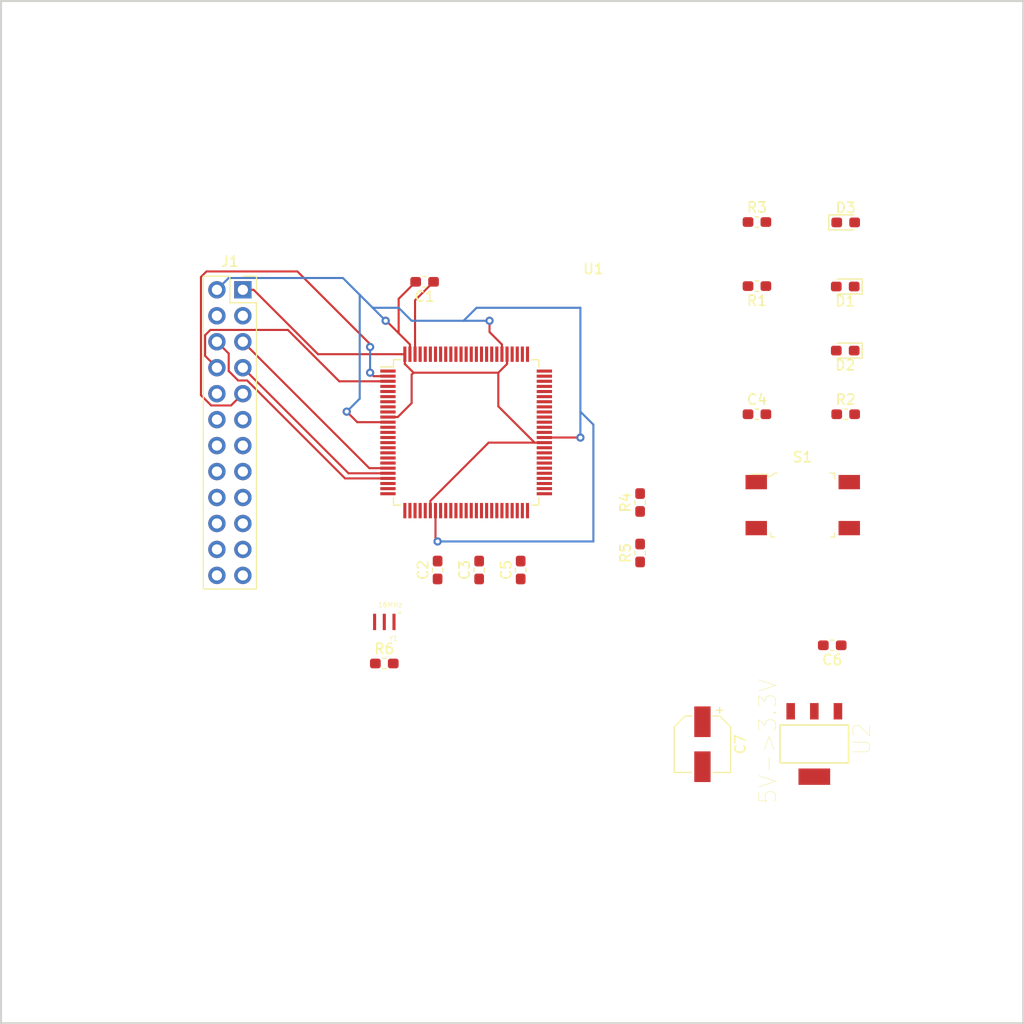
<source format=kicad_pcb>
(kicad_pcb (version 20171130) (host pcbnew "(5.0.0-3-g5ebb6b6)")

  (general
    (thickness 1.6)
    (drawings 4)
    (tracks 91)
    (zones 0)
    (modules 21)
    (nets 97)
  )

  (page A4)
  (title_block
    (title araBase-atmega2560)
    (date 2018-08-01)
    (rev v0.1)
    (company www.aravinth.info)
    (comment 4 "Baseboard for Atmega2560")
  )

  (layers
    (0 F.Cu signal)
    (31 B.Cu signal)
    (32 B.Adhes user)
    (33 F.Adhes user)
    (34 B.Paste user)
    (35 F.Paste user)
    (36 B.SilkS user)
    (37 F.SilkS user)
    (38 B.Mask user)
    (39 F.Mask user)
    (40 Dwgs.User user)
    (41 Cmts.User user)
    (42 Eco1.User user)
    (43 Eco2.User user)
    (44 Edge.Cuts user)
    (45 Margin user)
    (46 B.CrtYd user)
    (47 F.CrtYd user)
    (48 B.Fab user)
    (49 F.Fab user)
  )

  (setup
    (last_trace_width 0.2032)
    (trace_clearance 0.2032)
    (zone_clearance 0.508)
    (zone_45_only no)
    (trace_min 0.2032)
    (segment_width 0.2)
    (edge_width 0.2)
    (via_size 0.8)
    (via_drill 0.4)
    (via_min_size 0.8)
    (via_min_drill 0.4)
    (uvia_size 0.3)
    (uvia_drill 0.1)
    (uvias_allowed no)
    (uvia_min_size 0.2)
    (uvia_min_drill 0.1)
    (pcb_text_width 0.3)
    (pcb_text_size 1.5 1.5)
    (mod_edge_width 0.15)
    (mod_text_size 1 1)
    (mod_text_width 0.15)
    (pad_size 1.524 1.524)
    (pad_drill 0.762)
    (pad_to_mask_clearance 0.2)
    (aux_axis_origin 0 0)
    (visible_elements FFFFFF7F)
    (pcbplotparams
      (layerselection 0x010fc_ffffffff)
      (usegerberextensions false)
      (usegerberattributes false)
      (usegerberadvancedattributes false)
      (creategerberjobfile false)
      (excludeedgelayer true)
      (linewidth 0.100000)
      (plotframeref false)
      (viasonmask false)
      (mode 1)
      (useauxorigin false)
      (hpglpennumber 1)
      (hpglpenspeed 20)
      (hpglpendiameter 15.000000)
      (psnegative false)
      (psa4output false)
      (plotreference true)
      (plotvalue true)
      (plotinvisibletext false)
      (padsonsilk false)
      (subtractmaskfromsilk false)
      (outputformat 1)
      (mirror false)
      (drillshape 1)
      (scaleselection 1)
      (outputdirectory ""))
  )

  (net 0 "")
  (net 1 /AREF)
  (net 2 GND)
  (net 3 +5V)
  (net 4 /RESET)
  (net 5 /3.3V)
  (net 6 "Net-(D1-Pad2)")
  (net 7 "Net-(D3-Pad2)")
  (net 8 /SCK)
  (net 9 /MISO)
  (net 10 /MOSI)
  (net 11 /TX0)
  (net 12 /RX0)
  (net 13 /SDA)
  (net 14 /SCL)
  (net 15 /A0)
  (net 16 /A1)
  (net 17 /A2)
  (net 18 /A3)
  (net 19 /A4)
  (net 20 /A5)
  (net 21 /D2)
  (net 22 /D3)
  (net 23 /D4)
  (net 24 /D5)
  (net 25 /D6)
  (net 26 /D7)
  (net 27 "Net-(R1-Pad1)")
  (net 28 "Net-(R6-Pad2)")
  (net 29 "Net-(R6-Pad1)")
  (net 30 "Net-(S1-Pad3)")
  (net 31 "Net-(U1-Pad4)")
  (net 32 "Net-(U1-Pad8)")
  (net 33 "Net-(U1-Pad9)")
  (net 34 "Net-(U1-Pad12)")
  (net 35 "Net-(U1-Pad14)")
  (net 36 "Net-(U1-Pad17)")
  (net 37 "Net-(U1-Pad18)")
  (net 38 "Net-(U1-Pad19)")
  (net 39 "Net-(U1-Pad23)")
  (net 40 "Net-(U1-Pad24)")
  (net 41 "Net-(U1-Pad25)")
  (net 42 "Net-(U1-Pad26)")
  (net 43 "Net-(U1-Pad27)")
  (net 44 "Net-(U1-Pad28)")
  (net 45 "Net-(U1-Pad29)")
  (net 46 "Net-(U1-Pad35)")
  (net 47 "Net-(U1-Pad36)")
  (net 48 "Net-(U1-Pad37)")
  (net 49 "Net-(U1-Pad38)")
  (net 50 "Net-(U1-Pad39)")
  (net 51 "Net-(U1-Pad40)")
  (net 52 "Net-(U1-Pad41)")
  (net 53 "Net-(U1-Pad42)")
  (net 54 "Net-(U1-Pad45)")
  (net 55 "Net-(U1-Pad46)")
  (net 56 "Net-(U1-Pad47)")
  (net 57 "Net-(U1-Pad48)")
  (net 58 "Net-(U1-Pad49)")
  (net 59 "Net-(U1-Pad50)")
  (net 60 "Net-(U1-Pad51)")
  (net 61 "Net-(U1-Pad52)")
  (net 62 "Net-(U1-Pad53)")
  (net 63 "Net-(U1-Pad54)")
  (net 64 "Net-(U1-Pad55)")
  (net 65 "Net-(U1-Pad56)")
  (net 66 "Net-(U1-Pad57)")
  (net 67 "Net-(U1-Pad58)")
  (net 68 "Net-(U1-Pad59)")
  (net 69 "Net-(U1-Pad60)")
  (net 70 "Net-(U1-Pad63)")
  (net 71 "Net-(U1-Pad64)")
  (net 72 "Net-(U1-Pad65)")
  (net 73 "Net-(U1-Pad66)")
  (net 74 "Net-(U1-Pad67)")
  (net 75 "Net-(U1-Pad68)")
  (net 76 "Net-(U1-Pad69)")
  (net 77 "Net-(U1-Pad70)")
  (net 78 "Net-(U1-Pad71)")
  (net 79 "Net-(U1-Pad72)")
  (net 80 "Net-(U1-Pad73)")
  (net 81 "Net-(U1-Pad74)")
  (net 82 "Net-(U1-Pad75)")
  (net 83 "Net-(U1-Pad76)")
  (net 84 "Net-(U1-Pad77)")
  (net 85 "Net-(U1-Pad78)")
  (net 86 "Net-(U1-Pad79)")
  (net 87 "Net-(U1-Pad82)")
  (net 88 "Net-(U1-Pad83)")
  (net 89 "Net-(U1-Pad84)")
  (net 90 "Net-(U1-Pad85)")
  (net 91 "Net-(U1-Pad86)")
  (net 92 "Net-(U1-Pad87)")
  (net 93 "Net-(U1-Pad88)")
  (net 94 "Net-(U1-Pad89)")
  (net 95 "Net-(U1-Pad90)")
  (net 96 "Net-(U1-Pad91)")

  (net_class Default "This is the default net class."
    (clearance 0.2032)
    (trace_width 0.2032)
    (via_dia 0.8)
    (via_drill 0.4)
    (uvia_dia 0.3)
    (uvia_drill 0.1)
    (diff_pair_gap 0.2032)
    (diff_pair_width 0.2032)
    (add_net +5V)
    (add_net /3.3V)
    (add_net /A0)
    (add_net /A1)
    (add_net /A2)
    (add_net /A3)
    (add_net /A4)
    (add_net /A5)
    (add_net /AREF)
    (add_net /D2)
    (add_net /D3)
    (add_net /D4)
    (add_net /D5)
    (add_net /D6)
    (add_net /D7)
    (add_net /MISO)
    (add_net /MOSI)
    (add_net /RESET)
    (add_net /RX0)
    (add_net /SCK)
    (add_net /SCL)
    (add_net /SDA)
    (add_net /TX0)
    (add_net GND)
    (add_net "Net-(D1-Pad2)")
    (add_net "Net-(D3-Pad2)")
    (add_net "Net-(R1-Pad1)")
    (add_net "Net-(R6-Pad1)")
    (add_net "Net-(R6-Pad2)")
    (add_net "Net-(S1-Pad3)")
    (add_net "Net-(U1-Pad12)")
    (add_net "Net-(U1-Pad14)")
    (add_net "Net-(U1-Pad17)")
    (add_net "Net-(U1-Pad18)")
    (add_net "Net-(U1-Pad19)")
    (add_net "Net-(U1-Pad23)")
    (add_net "Net-(U1-Pad24)")
    (add_net "Net-(U1-Pad25)")
    (add_net "Net-(U1-Pad26)")
    (add_net "Net-(U1-Pad27)")
    (add_net "Net-(U1-Pad28)")
    (add_net "Net-(U1-Pad29)")
    (add_net "Net-(U1-Pad35)")
    (add_net "Net-(U1-Pad36)")
    (add_net "Net-(U1-Pad37)")
    (add_net "Net-(U1-Pad38)")
    (add_net "Net-(U1-Pad39)")
    (add_net "Net-(U1-Pad4)")
    (add_net "Net-(U1-Pad40)")
    (add_net "Net-(U1-Pad41)")
    (add_net "Net-(U1-Pad42)")
    (add_net "Net-(U1-Pad45)")
    (add_net "Net-(U1-Pad46)")
    (add_net "Net-(U1-Pad47)")
    (add_net "Net-(U1-Pad48)")
    (add_net "Net-(U1-Pad49)")
    (add_net "Net-(U1-Pad50)")
    (add_net "Net-(U1-Pad51)")
    (add_net "Net-(U1-Pad52)")
    (add_net "Net-(U1-Pad53)")
    (add_net "Net-(U1-Pad54)")
    (add_net "Net-(U1-Pad55)")
    (add_net "Net-(U1-Pad56)")
    (add_net "Net-(U1-Pad57)")
    (add_net "Net-(U1-Pad58)")
    (add_net "Net-(U1-Pad59)")
    (add_net "Net-(U1-Pad60)")
    (add_net "Net-(U1-Pad63)")
    (add_net "Net-(U1-Pad64)")
    (add_net "Net-(U1-Pad65)")
    (add_net "Net-(U1-Pad66)")
    (add_net "Net-(U1-Pad67)")
    (add_net "Net-(U1-Pad68)")
    (add_net "Net-(U1-Pad69)")
    (add_net "Net-(U1-Pad70)")
    (add_net "Net-(U1-Pad71)")
    (add_net "Net-(U1-Pad72)")
    (add_net "Net-(U1-Pad73)")
    (add_net "Net-(U1-Pad74)")
    (add_net "Net-(U1-Pad75)")
    (add_net "Net-(U1-Pad76)")
    (add_net "Net-(U1-Pad77)")
    (add_net "Net-(U1-Pad78)")
    (add_net "Net-(U1-Pad79)")
    (add_net "Net-(U1-Pad8)")
    (add_net "Net-(U1-Pad82)")
    (add_net "Net-(U1-Pad83)")
    (add_net "Net-(U1-Pad84)")
    (add_net "Net-(U1-Pad85)")
    (add_net "Net-(U1-Pad86)")
    (add_net "Net-(U1-Pad87)")
    (add_net "Net-(U1-Pad88)")
    (add_net "Net-(U1-Pad89)")
    (add_net "Net-(U1-Pad9)")
    (add_net "Net-(U1-Pad90)")
    (add_net "Net-(U1-Pad91)")
  )

  (module Capacitor_SMD:C_0603_1608Metric_Pad1.05x0.95mm_HandSolder (layer F.Cu) (tedit 5B301BBE) (tstamp 5B84F56A)
    (at 91.44 77.47 180)
    (descr "Capacitor SMD 0603 (1608 Metric), square (rectangular) end terminal, IPC_7351 nominal with elongated pad for handsoldering. (Body size source: http://www.tortai-tech.com/upload/download/2011102023233369053.pdf), generated with kicad-footprint-generator")
    (tags "capacitor handsolder")
    (path /5B60F821)
    (attr smd)
    (fp_text reference C1 (at 0 -1.43 180) (layer F.SilkS)
      (effects (font (size 1 1) (thickness 0.15)))
    )
    (fp_text value 0.1uF (at 0 1.43 180) (layer F.Fab)
      (effects (font (size 1 1) (thickness 0.15)))
    )
    (fp_text user %R (at 0 0 180) (layer F.Fab)
      (effects (font (size 0.4 0.4) (thickness 0.06)))
    )
    (fp_line (start 1.65 0.73) (end -1.65 0.73) (layer F.CrtYd) (width 0.05))
    (fp_line (start 1.65 -0.73) (end 1.65 0.73) (layer F.CrtYd) (width 0.05))
    (fp_line (start -1.65 -0.73) (end 1.65 -0.73) (layer F.CrtYd) (width 0.05))
    (fp_line (start -1.65 0.73) (end -1.65 -0.73) (layer F.CrtYd) (width 0.05))
    (fp_line (start -0.171267 0.51) (end 0.171267 0.51) (layer F.SilkS) (width 0.12))
    (fp_line (start -0.171267 -0.51) (end 0.171267 -0.51) (layer F.SilkS) (width 0.12))
    (fp_line (start 0.8 0.4) (end -0.8 0.4) (layer F.Fab) (width 0.1))
    (fp_line (start 0.8 -0.4) (end 0.8 0.4) (layer F.Fab) (width 0.1))
    (fp_line (start -0.8 -0.4) (end 0.8 -0.4) (layer F.Fab) (width 0.1))
    (fp_line (start -0.8 0.4) (end -0.8 -0.4) (layer F.Fab) (width 0.1))
    (pad 2 smd roundrect (at 0.875 0 180) (size 1.05 0.95) (layers F.Cu F.Paste F.Mask) (roundrect_rratio 0.25)
      (net 2 GND))
    (pad 1 smd roundrect (at -0.875 0 180) (size 1.05 0.95) (layers F.Cu F.Paste F.Mask) (roundrect_rratio 0.25)
      (net 1 /AREF))
    (model ${KISYS3DMOD}/Capacitor_SMD.3dshapes/C_0603_1608Metric.wrl
      (at (xyz 0 0 0))
      (scale (xyz 1 1 1))
      (rotate (xyz 0 0 0))
    )
  )

  (module Capacitor_SMD:C_0603_1608Metric_Pad1.05x0.95mm_HandSolder (layer F.Cu) (tedit 5B301BBE) (tstamp 5B858429)
    (at 92.71 105.664 90)
    (descr "Capacitor SMD 0603 (1608 Metric), square (rectangular) end terminal, IPC_7351 nominal with elongated pad for handsoldering. (Body size source: http://www.tortai-tech.com/upload/download/2011102023233369053.pdf), generated with kicad-footprint-generator")
    (tags "capacitor handsolder")
    (path /5B614038)
    (attr smd)
    (fp_text reference C2 (at 0 -1.43 90) (layer F.SilkS)
      (effects (font (size 1 1) (thickness 0.15)))
    )
    (fp_text value 0.1uF (at 0 1.43 90) (layer F.Fab)
      (effects (font (size 1 1) (thickness 0.15)))
    )
    (fp_line (start -0.8 0.4) (end -0.8 -0.4) (layer F.Fab) (width 0.1))
    (fp_line (start -0.8 -0.4) (end 0.8 -0.4) (layer F.Fab) (width 0.1))
    (fp_line (start 0.8 -0.4) (end 0.8 0.4) (layer F.Fab) (width 0.1))
    (fp_line (start 0.8 0.4) (end -0.8 0.4) (layer F.Fab) (width 0.1))
    (fp_line (start -0.171267 -0.51) (end 0.171267 -0.51) (layer F.SilkS) (width 0.12))
    (fp_line (start -0.171267 0.51) (end 0.171267 0.51) (layer F.SilkS) (width 0.12))
    (fp_line (start -1.65 0.73) (end -1.65 -0.73) (layer F.CrtYd) (width 0.05))
    (fp_line (start -1.65 -0.73) (end 1.65 -0.73) (layer F.CrtYd) (width 0.05))
    (fp_line (start 1.65 -0.73) (end 1.65 0.73) (layer F.CrtYd) (width 0.05))
    (fp_line (start 1.65 0.73) (end -1.65 0.73) (layer F.CrtYd) (width 0.05))
    (fp_text user %R (at 0 0 90) (layer F.Fab)
      (effects (font (size 0.4 0.4) (thickness 0.06)))
    )
    (pad 1 smd roundrect (at -0.875 0 90) (size 1.05 0.95) (layers F.Cu F.Paste F.Mask) (roundrect_rratio 0.25)
      (net 3 +5V))
    (pad 2 smd roundrect (at 0.875 0 90) (size 1.05 0.95) (layers F.Cu F.Paste F.Mask) (roundrect_rratio 0.25)
      (net 2 GND))
    (model ${KISYS3DMOD}/Capacitor_SMD.3dshapes/C_0603_1608Metric.wrl
      (at (xyz 0 0 0))
      (scale (xyz 1 1 1))
      (rotate (xyz 0 0 0))
    )
  )

  (module Capacitor_SMD:C_0603_1608Metric_Pad1.05x0.95mm_HandSolder (layer F.Cu) (tedit 5B301BBE) (tstamp 5B8583F9)
    (at 96.774 105.664 90)
    (descr "Capacitor SMD 0603 (1608 Metric), square (rectangular) end terminal, IPC_7351 nominal with elongated pad for handsoldering. (Body size source: http://www.tortai-tech.com/upload/download/2011102023233369053.pdf), generated with kicad-footprint-generator")
    (tags "capacitor handsolder")
    (path /5B61413F)
    (attr smd)
    (fp_text reference C3 (at 0 -1.43 90) (layer F.SilkS)
      (effects (font (size 1 1) (thickness 0.15)))
    )
    (fp_text value 0.1uF (at 0 1.43 90) (layer F.Fab)
      (effects (font (size 1 1) (thickness 0.15)))
    )
    (fp_text user %R (at 0 0 90) (layer F.Fab)
      (effects (font (size 0.4 0.4) (thickness 0.06)))
    )
    (fp_line (start 1.65 0.73) (end -1.65 0.73) (layer F.CrtYd) (width 0.05))
    (fp_line (start 1.65 -0.73) (end 1.65 0.73) (layer F.CrtYd) (width 0.05))
    (fp_line (start -1.65 -0.73) (end 1.65 -0.73) (layer F.CrtYd) (width 0.05))
    (fp_line (start -1.65 0.73) (end -1.65 -0.73) (layer F.CrtYd) (width 0.05))
    (fp_line (start -0.171267 0.51) (end 0.171267 0.51) (layer F.SilkS) (width 0.12))
    (fp_line (start -0.171267 -0.51) (end 0.171267 -0.51) (layer F.SilkS) (width 0.12))
    (fp_line (start 0.8 0.4) (end -0.8 0.4) (layer F.Fab) (width 0.1))
    (fp_line (start 0.8 -0.4) (end 0.8 0.4) (layer F.Fab) (width 0.1))
    (fp_line (start -0.8 -0.4) (end 0.8 -0.4) (layer F.Fab) (width 0.1))
    (fp_line (start -0.8 0.4) (end -0.8 -0.4) (layer F.Fab) (width 0.1))
    (pad 2 smd roundrect (at 0.875 0 90) (size 1.05 0.95) (layers F.Cu F.Paste F.Mask) (roundrect_rratio 0.25)
      (net 2 GND))
    (pad 1 smd roundrect (at -0.875 0 90) (size 1.05 0.95) (layers F.Cu F.Paste F.Mask) (roundrect_rratio 0.25)
      (net 3 +5V))
    (model ${KISYS3DMOD}/Capacitor_SMD.3dshapes/C_0603_1608Metric.wrl
      (at (xyz 0 0 0))
      (scale (xyz 1 1 1))
      (rotate (xyz 0 0 0))
    )
  )

  (module Capacitor_SMD:C_0603_1608Metric_Pad1.05x0.95mm_HandSolder (layer F.Cu) (tedit 5B301BBE) (tstamp 5B84F59D)
    (at 123.952 90.424)
    (descr "Capacitor SMD 0603 (1608 Metric), square (rectangular) end terminal, IPC_7351 nominal with elongated pad for handsoldering. (Body size source: http://www.tortai-tech.com/upload/download/2011102023233369053.pdf), generated with kicad-footprint-generator")
    (tags "capacitor handsolder")
    (path /5B6153C2)
    (attr smd)
    (fp_text reference C4 (at 0 -1.43) (layer F.SilkS)
      (effects (font (size 1 1) (thickness 0.15)))
    )
    (fp_text value 22pF (at 0 1.43) (layer F.Fab)
      (effects (font (size 1 1) (thickness 0.15)))
    )
    (fp_text user %R (at 0 0) (layer F.Fab)
      (effects (font (size 0.4 0.4) (thickness 0.06)))
    )
    (fp_line (start 1.65 0.73) (end -1.65 0.73) (layer F.CrtYd) (width 0.05))
    (fp_line (start 1.65 -0.73) (end 1.65 0.73) (layer F.CrtYd) (width 0.05))
    (fp_line (start -1.65 -0.73) (end 1.65 -0.73) (layer F.CrtYd) (width 0.05))
    (fp_line (start -1.65 0.73) (end -1.65 -0.73) (layer F.CrtYd) (width 0.05))
    (fp_line (start -0.171267 0.51) (end 0.171267 0.51) (layer F.SilkS) (width 0.12))
    (fp_line (start -0.171267 -0.51) (end 0.171267 -0.51) (layer F.SilkS) (width 0.12))
    (fp_line (start 0.8 0.4) (end -0.8 0.4) (layer F.Fab) (width 0.1))
    (fp_line (start 0.8 -0.4) (end 0.8 0.4) (layer F.Fab) (width 0.1))
    (fp_line (start -0.8 -0.4) (end 0.8 -0.4) (layer F.Fab) (width 0.1))
    (fp_line (start -0.8 0.4) (end -0.8 -0.4) (layer F.Fab) (width 0.1))
    (pad 2 smd roundrect (at 0.875 0) (size 1.05 0.95) (layers F.Cu F.Paste F.Mask) (roundrect_rratio 0.25)
      (net 2 GND))
    (pad 1 smd roundrect (at -0.875 0) (size 1.05 0.95) (layers F.Cu F.Paste F.Mask) (roundrect_rratio 0.25)
      (net 4 /RESET))
    (model ${KISYS3DMOD}/Capacitor_SMD.3dshapes/C_0603_1608Metric.wrl
      (at (xyz 0 0 0))
      (scale (xyz 1 1 1))
      (rotate (xyz 0 0 0))
    )
  )

  (module Capacitor_SMD:C_0603_1608Metric_Pad1.05x0.95mm_HandSolder (layer F.Cu) (tedit 5B301BBE) (tstamp 5B8583C9)
    (at 100.838 105.664 90)
    (descr "Capacitor SMD 0603 (1608 Metric), square (rectangular) end terminal, IPC_7351 nominal with elongated pad for handsoldering. (Body size source: http://www.tortai-tech.com/upload/download/2011102023233369053.pdf), generated with kicad-footprint-generator")
    (tags "capacitor handsolder")
    (path /5B614166)
    (attr smd)
    (fp_text reference C5 (at 0 -1.43 90) (layer F.SilkS)
      (effects (font (size 1 1) (thickness 0.15)))
    )
    (fp_text value 0.1uF (at 0 1.43 90) (layer F.Fab)
      (effects (font (size 1 1) (thickness 0.15)))
    )
    (fp_line (start -0.8 0.4) (end -0.8 -0.4) (layer F.Fab) (width 0.1))
    (fp_line (start -0.8 -0.4) (end 0.8 -0.4) (layer F.Fab) (width 0.1))
    (fp_line (start 0.8 -0.4) (end 0.8 0.4) (layer F.Fab) (width 0.1))
    (fp_line (start 0.8 0.4) (end -0.8 0.4) (layer F.Fab) (width 0.1))
    (fp_line (start -0.171267 -0.51) (end 0.171267 -0.51) (layer F.SilkS) (width 0.12))
    (fp_line (start -0.171267 0.51) (end 0.171267 0.51) (layer F.SilkS) (width 0.12))
    (fp_line (start -1.65 0.73) (end -1.65 -0.73) (layer F.CrtYd) (width 0.05))
    (fp_line (start -1.65 -0.73) (end 1.65 -0.73) (layer F.CrtYd) (width 0.05))
    (fp_line (start 1.65 -0.73) (end 1.65 0.73) (layer F.CrtYd) (width 0.05))
    (fp_line (start 1.65 0.73) (end -1.65 0.73) (layer F.CrtYd) (width 0.05))
    (fp_text user %R (at 0 0 90) (layer F.Fab)
      (effects (font (size 0.4 0.4) (thickness 0.06)))
    )
    (pad 1 smd roundrect (at -0.875 0 90) (size 1.05 0.95) (layers F.Cu F.Paste F.Mask) (roundrect_rratio 0.25)
      (net 3 +5V))
    (pad 2 smd roundrect (at 0.875 0 90) (size 1.05 0.95) (layers F.Cu F.Paste F.Mask) (roundrect_rratio 0.25)
      (net 2 GND))
    (model ${KISYS3DMOD}/Capacitor_SMD.3dshapes/C_0603_1608Metric.wrl
      (at (xyz 0 0 0))
      (scale (xyz 1 1 1))
      (rotate (xyz 0 0 0))
    )
  )

  (module Capacitor_SMD:C_0603_1608Metric_Pad1.05x0.95mm_HandSolder (layer F.Cu) (tedit 5B301BBE) (tstamp 5B84F5BF)
    (at 131.318 113.03 180)
    (descr "Capacitor SMD 0603 (1608 Metric), square (rectangular) end terminal, IPC_7351 nominal with elongated pad for handsoldering. (Body size source: http://www.tortai-tech.com/upload/download/2011102023233369053.pdf), generated with kicad-footprint-generator")
    (tags "capacitor handsolder")
    (path /5B611738)
    (attr smd)
    (fp_text reference C6 (at 0 -1.43 180) (layer F.SilkS)
      (effects (font (size 1 1) (thickness 0.15)))
    )
    (fp_text value 100nF (at 0 1.43 180) (layer F.Fab)
      (effects (font (size 1 1) (thickness 0.15)))
    )
    (fp_line (start -0.8 0.4) (end -0.8 -0.4) (layer F.Fab) (width 0.1))
    (fp_line (start -0.8 -0.4) (end 0.8 -0.4) (layer F.Fab) (width 0.1))
    (fp_line (start 0.8 -0.4) (end 0.8 0.4) (layer F.Fab) (width 0.1))
    (fp_line (start 0.8 0.4) (end -0.8 0.4) (layer F.Fab) (width 0.1))
    (fp_line (start -0.171267 -0.51) (end 0.171267 -0.51) (layer F.SilkS) (width 0.12))
    (fp_line (start -0.171267 0.51) (end 0.171267 0.51) (layer F.SilkS) (width 0.12))
    (fp_line (start -1.65 0.73) (end -1.65 -0.73) (layer F.CrtYd) (width 0.05))
    (fp_line (start -1.65 -0.73) (end 1.65 -0.73) (layer F.CrtYd) (width 0.05))
    (fp_line (start 1.65 -0.73) (end 1.65 0.73) (layer F.CrtYd) (width 0.05))
    (fp_line (start 1.65 0.73) (end -1.65 0.73) (layer F.CrtYd) (width 0.05))
    (fp_text user %R (at 0 0 180) (layer F.Fab)
      (effects (font (size 0.4 0.4) (thickness 0.06)))
    )
    (pad 1 smd roundrect (at -0.875 0 180) (size 1.05 0.95) (layers F.Cu F.Paste F.Mask) (roundrect_rratio 0.25)
      (net 3 +5V))
    (pad 2 smd roundrect (at 0.875 0 180) (size 1.05 0.95) (layers F.Cu F.Paste F.Mask) (roundrect_rratio 0.25)
      (net 2 GND))
    (model ${KISYS3DMOD}/Capacitor_SMD.3dshapes/C_0603_1608Metric.wrl
      (at (xyz 0 0 0))
      (scale (xyz 1 1 1))
      (rotate (xyz 0 0 0))
    )
  )

  (module Capacitor_SMD:CP_Elec_5x5.8 (layer F.Cu) (tedit 5B3026A2) (tstamp 5B84F5E7)
    (at 118.618 122.707499 270)
    (descr "SMT capacitor, aluminium electrolytic, 5x5.8, Panasonic ")
    (tags "Capacitor Electrolytic")
    (path /5B616364)
    (attr smd)
    (fp_text reference C7 (at 0 -3.7 270) (layer F.SilkS)
      (effects (font (size 1 1) (thickness 0.15)))
    )
    (fp_text value 33uF (at 0 3.7 270) (layer F.Fab)
      (effects (font (size 1 1) (thickness 0.15)))
    )
    (fp_text user %R (at 0 0 270) (layer F.Fab)
      (effects (font (size 1 1) (thickness 0.15)))
    )
    (fp_line (start -3.95 1.05) (end -2.9 1.05) (layer F.CrtYd) (width 0.05))
    (fp_line (start -3.95 -1.05) (end -3.95 1.05) (layer F.CrtYd) (width 0.05))
    (fp_line (start -2.9 -1.05) (end -3.95 -1.05) (layer F.CrtYd) (width 0.05))
    (fp_line (start -2.9 1.05) (end -2.9 1.75) (layer F.CrtYd) (width 0.05))
    (fp_line (start -2.9 -1.75) (end -2.9 -1.05) (layer F.CrtYd) (width 0.05))
    (fp_line (start -2.9 -1.75) (end -1.75 -2.9) (layer F.CrtYd) (width 0.05))
    (fp_line (start -2.9 1.75) (end -1.75 2.9) (layer F.CrtYd) (width 0.05))
    (fp_line (start -1.75 -2.9) (end 2.9 -2.9) (layer F.CrtYd) (width 0.05))
    (fp_line (start -1.75 2.9) (end 2.9 2.9) (layer F.CrtYd) (width 0.05))
    (fp_line (start 2.9 1.05) (end 2.9 2.9) (layer F.CrtYd) (width 0.05))
    (fp_line (start 3.95 1.05) (end 2.9 1.05) (layer F.CrtYd) (width 0.05))
    (fp_line (start 3.95 -1.05) (end 3.95 1.05) (layer F.CrtYd) (width 0.05))
    (fp_line (start 2.9 -1.05) (end 3.95 -1.05) (layer F.CrtYd) (width 0.05))
    (fp_line (start 2.9 -2.9) (end 2.9 -1.05) (layer F.CrtYd) (width 0.05))
    (fp_line (start -3.3125 -1.9975) (end -3.3125 -1.3725) (layer F.SilkS) (width 0.12))
    (fp_line (start -3.625 -1.685) (end -3 -1.685) (layer F.SilkS) (width 0.12))
    (fp_line (start -2.76 1.695563) (end -1.695563 2.76) (layer F.SilkS) (width 0.12))
    (fp_line (start -2.76 -1.695563) (end -1.695563 -2.76) (layer F.SilkS) (width 0.12))
    (fp_line (start -2.76 -1.695563) (end -2.76 -1.06) (layer F.SilkS) (width 0.12))
    (fp_line (start -2.76 1.695563) (end -2.76 1.06) (layer F.SilkS) (width 0.12))
    (fp_line (start -1.695563 2.76) (end 2.76 2.76) (layer F.SilkS) (width 0.12))
    (fp_line (start -1.695563 -2.76) (end 2.76 -2.76) (layer F.SilkS) (width 0.12))
    (fp_line (start 2.76 -2.76) (end 2.76 -1.06) (layer F.SilkS) (width 0.12))
    (fp_line (start 2.76 2.76) (end 2.76 1.06) (layer F.SilkS) (width 0.12))
    (fp_line (start -1.783956 -1.45) (end -1.783956 -0.95) (layer F.Fab) (width 0.1))
    (fp_line (start -2.033956 -1.2) (end -1.533956 -1.2) (layer F.Fab) (width 0.1))
    (fp_line (start -2.65 1.65) (end -1.65 2.65) (layer F.Fab) (width 0.1))
    (fp_line (start -2.65 -1.65) (end -1.65 -2.65) (layer F.Fab) (width 0.1))
    (fp_line (start -2.65 -1.65) (end -2.65 1.65) (layer F.Fab) (width 0.1))
    (fp_line (start -1.65 2.65) (end 2.65 2.65) (layer F.Fab) (width 0.1))
    (fp_line (start -1.65 -2.65) (end 2.65 -2.65) (layer F.Fab) (width 0.1))
    (fp_line (start 2.65 -2.65) (end 2.65 2.65) (layer F.Fab) (width 0.1))
    (fp_circle (center 0 0) (end 2.5 0) (layer F.Fab) (width 0.1))
    (pad 2 smd rect (at 2.2 0 270) (size 3 1.6) (layers F.Cu F.Paste F.Mask)
      (net 2 GND))
    (pad 1 smd rect (at -2.2 0 270) (size 3 1.6) (layers F.Cu F.Paste F.Mask)
      (net 5 /3.3V))
    (model ${KISYS3DMOD}/Capacitor_SMD.3dshapes/CP_Elec_5x5.8.wrl
      (at (xyz 0 0 0))
      (scale (xyz 1 1 1))
      (rotate (xyz 0 0 0))
    )
  )

  (module LED_SMD:LED_0603_1608Metric_Pad1.05x0.95mm_HandSolder (layer F.Cu) (tedit 5B4B45C9) (tstamp 5B856E78)
    (at 132.588 77.928667 180)
    (descr "LED SMD 0603 (1608 Metric), square (rectangular) end terminal, IPC_7351 nominal, (Body size source: http://www.tortai-tech.com/upload/download/2011102023233369053.pdf), generated with kicad-footprint-generator")
    (tags "LED handsolder")
    (path /5B61AC88)
    (attr smd)
    (fp_text reference D1 (at 0 -1.43 180) (layer F.SilkS)
      (effects (font (size 1 1) (thickness 0.15)))
    )
    (fp_text value LED-Y (at 0 1.43 180) (layer F.Fab)
      (effects (font (size 1 1) (thickness 0.15)))
    )
    (fp_text user %R (at 0 0 180) (layer F.Fab)
      (effects (font (size 0.4 0.4) (thickness 0.06)))
    )
    (fp_line (start 1.65 0.73) (end -1.65 0.73) (layer F.CrtYd) (width 0.05))
    (fp_line (start 1.65 -0.73) (end 1.65 0.73) (layer F.CrtYd) (width 0.05))
    (fp_line (start -1.65 -0.73) (end 1.65 -0.73) (layer F.CrtYd) (width 0.05))
    (fp_line (start -1.65 0.73) (end -1.65 -0.73) (layer F.CrtYd) (width 0.05))
    (fp_line (start -1.66 0.735) (end 0.8 0.735) (layer F.SilkS) (width 0.12))
    (fp_line (start -1.66 -0.735) (end -1.66 0.735) (layer F.SilkS) (width 0.12))
    (fp_line (start 0.8 -0.735) (end -1.66 -0.735) (layer F.SilkS) (width 0.12))
    (fp_line (start 0.8 0.4) (end 0.8 -0.4) (layer F.Fab) (width 0.1))
    (fp_line (start -0.8 0.4) (end 0.8 0.4) (layer F.Fab) (width 0.1))
    (fp_line (start -0.8 -0.1) (end -0.8 0.4) (layer F.Fab) (width 0.1))
    (fp_line (start -0.5 -0.4) (end -0.8 -0.1) (layer F.Fab) (width 0.1))
    (fp_line (start 0.8 -0.4) (end -0.5 -0.4) (layer F.Fab) (width 0.1))
    (pad 2 smd roundrect (at 0.875 0 180) (size 1.05 0.95) (layers F.Cu F.Paste F.Mask) (roundrect_rratio 0.25)
      (net 6 "Net-(D1-Pad2)"))
    (pad 1 smd roundrect (at -0.875 0 180) (size 1.05 0.95) (layers F.Cu F.Paste F.Mask) (roundrect_rratio 0.25)
      (net 2 GND))
    (model ${KISYS3DMOD}/LED_SMD.3dshapes/LED_0603_1608Metric.wrl
      (at (xyz 0 0 0))
      (scale (xyz 1 1 1))
      (rotate (xyz 0 0 0))
    )
  )

  (module Diode_SMD:D_0603_1608Metric_Pad1.05x0.95mm_HandSolder (layer F.Cu) (tedit 5B4B45C8) (tstamp 5B84F60D)
    (at 132.588 84.196333 180)
    (descr "Diode SMD 0603 (1608 Metric), square (rectangular) end terminal, IPC_7351 nominal, (Body size source: http://www.tortai-tech.com/upload/download/2011102023233369053.pdf), generated with kicad-footprint-generator")
    (tags "diode handsolder")
    (path /5B6161AF)
    (attr smd)
    (fp_text reference D2 (at 0 -1.43 180) (layer F.SilkS)
      (effects (font (size 1 1) (thickness 0.15)))
    )
    (fp_text value 100V (at 0 1.43 180) (layer F.Fab)
      (effects (font (size 1 1) (thickness 0.15)))
    )
    (fp_text user %R (at 0 0 180) (layer F.Fab)
      (effects (font (size 0.4 0.4) (thickness 0.06)))
    )
    (fp_line (start 1.65 0.73) (end -1.65 0.73) (layer F.CrtYd) (width 0.05))
    (fp_line (start 1.65 -0.73) (end 1.65 0.73) (layer F.CrtYd) (width 0.05))
    (fp_line (start -1.65 -0.73) (end 1.65 -0.73) (layer F.CrtYd) (width 0.05))
    (fp_line (start -1.65 0.73) (end -1.65 -0.73) (layer F.CrtYd) (width 0.05))
    (fp_line (start -1.66 0.735) (end 0.8 0.735) (layer F.SilkS) (width 0.12))
    (fp_line (start -1.66 -0.735) (end -1.66 0.735) (layer F.SilkS) (width 0.12))
    (fp_line (start 0.8 -0.735) (end -1.66 -0.735) (layer F.SilkS) (width 0.12))
    (fp_line (start 0.8 0.4) (end 0.8 -0.4) (layer F.Fab) (width 0.1))
    (fp_line (start -0.8 0.4) (end 0.8 0.4) (layer F.Fab) (width 0.1))
    (fp_line (start -0.8 -0.1) (end -0.8 0.4) (layer F.Fab) (width 0.1))
    (fp_line (start -0.5 -0.4) (end -0.8 -0.1) (layer F.Fab) (width 0.1))
    (fp_line (start 0.8 -0.4) (end -0.5 -0.4) (layer F.Fab) (width 0.1))
    (pad 2 smd roundrect (at 0.875 0 180) (size 1.05 0.95) (layers F.Cu F.Paste F.Mask) (roundrect_rratio 0.25)
      (net 4 /RESET))
    (pad 1 smd roundrect (at -0.875 0 180) (size 1.05 0.95) (layers F.Cu F.Paste F.Mask) (roundrect_rratio 0.25)
      (net 3 +5V))
    (model ${KISYS3DMOD}/Diode_SMD.3dshapes/D_0603_1608Metric.wrl
      (at (xyz 0 0 0))
      (scale (xyz 1 1 1))
      (rotate (xyz 0 0 0))
    )
  )

  (module LED_SMD:LED_0603_1608Metric_Pad1.05x0.95mm_HandSolder (layer F.Cu) (tedit 5B4B45C9) (tstamp 5B84F620)
    (at 132.633 71.661001)
    (descr "LED SMD 0603 (1608 Metric), square (rectangular) end terminal, IPC_7351 nominal, (Body size source: http://www.tortai-tech.com/upload/download/2011102023233369053.pdf), generated with kicad-footprint-generator")
    (tags "LED handsolder")
    (path /5B626F87)
    (attr smd)
    (fp_text reference D3 (at 0 -1.43) (layer F.SilkS)
      (effects (font (size 1 1) (thickness 0.15)))
    )
    (fp_text value LED-G (at 0 1.43) (layer F.Fab)
      (effects (font (size 1 1) (thickness 0.15)))
    )
    (fp_line (start 0.8 -0.4) (end -0.5 -0.4) (layer F.Fab) (width 0.1))
    (fp_line (start -0.5 -0.4) (end -0.8 -0.1) (layer F.Fab) (width 0.1))
    (fp_line (start -0.8 -0.1) (end -0.8 0.4) (layer F.Fab) (width 0.1))
    (fp_line (start -0.8 0.4) (end 0.8 0.4) (layer F.Fab) (width 0.1))
    (fp_line (start 0.8 0.4) (end 0.8 -0.4) (layer F.Fab) (width 0.1))
    (fp_line (start 0.8 -0.735) (end -1.66 -0.735) (layer F.SilkS) (width 0.12))
    (fp_line (start -1.66 -0.735) (end -1.66 0.735) (layer F.SilkS) (width 0.12))
    (fp_line (start -1.66 0.735) (end 0.8 0.735) (layer F.SilkS) (width 0.12))
    (fp_line (start -1.65 0.73) (end -1.65 -0.73) (layer F.CrtYd) (width 0.05))
    (fp_line (start -1.65 -0.73) (end 1.65 -0.73) (layer F.CrtYd) (width 0.05))
    (fp_line (start 1.65 -0.73) (end 1.65 0.73) (layer F.CrtYd) (width 0.05))
    (fp_line (start 1.65 0.73) (end -1.65 0.73) (layer F.CrtYd) (width 0.05))
    (fp_text user %R (at 0 0) (layer F.Fab)
      (effects (font (size 0.4 0.4) (thickness 0.06)))
    )
    (pad 1 smd roundrect (at -0.875 0) (size 1.05 0.95) (layers F.Cu F.Paste F.Mask) (roundrect_rratio 0.25)
      (net 2 GND))
    (pad 2 smd roundrect (at 0.875 0) (size 1.05 0.95) (layers F.Cu F.Paste F.Mask) (roundrect_rratio 0.25)
      (net 7 "Net-(D3-Pad2)"))
    (model ${KISYS3DMOD}/LED_SMD.3dshapes/LED_0603_1608Metric.wrl
      (at (xyz 0 0 0))
      (scale (xyz 1 1 1))
      (rotate (xyz 0 0 0))
    )
  )

  (module Connector_PinSocket_2.54mm:PinSocket_2x12_P2.54mm_Vertical (layer F.Cu) (tedit 5A19A41B) (tstamp 5B84F64E)
    (at 73.66 78.252)
    (descr "Through hole straight socket strip, 2x12, 2.54mm pitch, double cols (from Kicad 4.0.7), script generated")
    (tags "Through hole socket strip THT 2x12 2.54mm double row")
    (path /5B613794)
    (fp_text reference J1 (at -1.27 -2.77) (layer F.SilkS)
      (effects (font (size 1 1) (thickness 0.15)))
    )
    (fp_text value UI (at -1.27 30.71) (layer F.Fab)
      (effects (font (size 1 1) (thickness 0.15)))
    )
    (fp_text user %R (at -1.27 13.97 90) (layer F.Fab)
      (effects (font (size 1 1) (thickness 0.15)))
    )
    (fp_line (start -4.34 29.7) (end -4.34 -1.8) (layer F.CrtYd) (width 0.05))
    (fp_line (start 1.76 29.7) (end -4.34 29.7) (layer F.CrtYd) (width 0.05))
    (fp_line (start 1.76 -1.8) (end 1.76 29.7) (layer F.CrtYd) (width 0.05))
    (fp_line (start -4.34 -1.8) (end 1.76 -1.8) (layer F.CrtYd) (width 0.05))
    (fp_line (start 0 -1.33) (end 1.33 -1.33) (layer F.SilkS) (width 0.12))
    (fp_line (start 1.33 -1.33) (end 1.33 0) (layer F.SilkS) (width 0.12))
    (fp_line (start -1.27 -1.33) (end -1.27 1.27) (layer F.SilkS) (width 0.12))
    (fp_line (start -1.27 1.27) (end 1.33 1.27) (layer F.SilkS) (width 0.12))
    (fp_line (start 1.33 1.27) (end 1.33 29.27) (layer F.SilkS) (width 0.12))
    (fp_line (start -3.87 29.27) (end 1.33 29.27) (layer F.SilkS) (width 0.12))
    (fp_line (start -3.87 -1.33) (end -3.87 29.27) (layer F.SilkS) (width 0.12))
    (fp_line (start -3.87 -1.33) (end -1.27 -1.33) (layer F.SilkS) (width 0.12))
    (fp_line (start -3.81 29.21) (end -3.81 -1.27) (layer F.Fab) (width 0.1))
    (fp_line (start 1.27 29.21) (end -3.81 29.21) (layer F.Fab) (width 0.1))
    (fp_line (start 1.27 -0.27) (end 1.27 29.21) (layer F.Fab) (width 0.1))
    (fp_line (start 0.27 -1.27) (end 1.27 -0.27) (layer F.Fab) (width 0.1))
    (fp_line (start -3.81 -1.27) (end 0.27 -1.27) (layer F.Fab) (width 0.1))
    (pad 24 thru_hole oval (at -2.54 27.94) (size 1.7 1.7) (drill 1) (layers *.Cu *.Mask)
      (net 26 /D7))
    (pad 23 thru_hole oval (at 0 27.94) (size 1.7 1.7) (drill 1) (layers *.Cu *.Mask)
      (net 25 /D6))
    (pad 22 thru_hole oval (at -2.54 25.4) (size 1.7 1.7) (drill 1) (layers *.Cu *.Mask)
      (net 24 /D5))
    (pad 21 thru_hole oval (at 0 25.4) (size 1.7 1.7) (drill 1) (layers *.Cu *.Mask)
      (net 23 /D4))
    (pad 20 thru_hole oval (at -2.54 22.86) (size 1.7 1.7) (drill 1) (layers *.Cu *.Mask)
      (net 22 /D3))
    (pad 19 thru_hole oval (at 0 22.86) (size 1.7 1.7) (drill 1) (layers *.Cu *.Mask)
      (net 21 /D2))
    (pad 18 thru_hole oval (at -2.54 20.32) (size 1.7 1.7) (drill 1) (layers *.Cu *.Mask)
      (net 20 /A5))
    (pad 17 thru_hole oval (at 0 20.32) (size 1.7 1.7) (drill 1) (layers *.Cu *.Mask)
      (net 19 /A4))
    (pad 16 thru_hole oval (at -2.54 17.78) (size 1.7 1.7) (drill 1) (layers *.Cu *.Mask)
      (net 18 /A3))
    (pad 15 thru_hole oval (at 0 17.78) (size 1.7 1.7) (drill 1) (layers *.Cu *.Mask)
      (net 17 /A2))
    (pad 14 thru_hole oval (at -2.54 15.24) (size 1.7 1.7) (drill 1) (layers *.Cu *.Mask)
      (net 16 /A1))
    (pad 13 thru_hole oval (at 0 15.24) (size 1.7 1.7) (drill 1) (layers *.Cu *.Mask)
      (net 15 /A0))
    (pad 12 thru_hole oval (at -2.54 12.7) (size 1.7 1.7) (drill 1) (layers *.Cu *.Mask)
      (net 1 /AREF))
    (pad 11 thru_hole oval (at 0 12.7) (size 1.7 1.7) (drill 1) (layers *.Cu *.Mask)
      (net 14 /SCL))
    (pad 10 thru_hole oval (at -2.54 10.16) (size 1.7 1.7) (drill 1) (layers *.Cu *.Mask)
      (net 13 /SDA))
    (pad 9 thru_hole oval (at 0 10.16) (size 1.7 1.7) (drill 1) (layers *.Cu *.Mask)
      (net 12 /RX0))
    (pad 8 thru_hole oval (at -2.54 7.62) (size 1.7 1.7) (drill 1) (layers *.Cu *.Mask)
      (net 11 /TX0))
    (pad 7 thru_hole oval (at 0 7.62) (size 1.7 1.7) (drill 1) (layers *.Cu *.Mask)
      (net 10 /MOSI))
    (pad 6 thru_hole oval (at -2.54 5.08) (size 1.7 1.7) (drill 1) (layers *.Cu *.Mask)
      (net 9 /MISO))
    (pad 5 thru_hole oval (at 0 5.08) (size 1.7 1.7) (drill 1) (layers *.Cu *.Mask)
      (net 8 /SCK))
    (pad 4 thru_hole oval (at -2.54 2.54) (size 1.7 1.7) (drill 1) (layers *.Cu *.Mask)
      (net 4 /RESET))
    (pad 3 thru_hole oval (at 0 2.54) (size 1.7 1.7) (drill 1) (layers *.Cu *.Mask)
      (net 5 /3.3V))
    (pad 2 thru_hole oval (at -2.54 0) (size 1.7 1.7) (drill 1) (layers *.Cu *.Mask)
      (net 2 GND))
    (pad 1 thru_hole rect (at 0 0) (size 1.7 1.7) (drill 1) (layers *.Cu *.Mask)
      (net 3 +5V))
    (model ${KISYS3DMOD}/Connector_PinSocket_2.54mm.3dshapes/PinSocket_2x12_P2.54mm_Vertical.wrl
      (at (xyz 0 0 0))
      (scale (xyz 1 1 1))
      (rotate (xyz 0 0 0))
    )
  )

  (module Resistor_SMD:R_0603_1608Metric_Pad1.05x0.95mm_HandSolder (layer F.Cu) (tedit 5B301BBD) (tstamp 5B84F65F)
    (at 123.952 77.888667 180)
    (descr "Resistor SMD 0603 (1608 Metric), square (rectangular) end terminal, IPC_7351 nominal with elongated pad for handsoldering. (Body size source: http://www.tortai-tech.com/upload/download/2011102023233369053.pdf), generated with kicad-footprint-generator")
    (tags "resistor handsolder")
    (path /5B61AE67)
    (attr smd)
    (fp_text reference R1 (at 0 -1.43 180) (layer F.SilkS)
      (effects (font (size 1 1) (thickness 0.15)))
    )
    (fp_text value 10K (at 0 1.43 180) (layer F.Fab)
      (effects (font (size 1 1) (thickness 0.15)))
    )
    (fp_line (start -0.8 0.4) (end -0.8 -0.4) (layer F.Fab) (width 0.1))
    (fp_line (start -0.8 -0.4) (end 0.8 -0.4) (layer F.Fab) (width 0.1))
    (fp_line (start 0.8 -0.4) (end 0.8 0.4) (layer F.Fab) (width 0.1))
    (fp_line (start 0.8 0.4) (end -0.8 0.4) (layer F.Fab) (width 0.1))
    (fp_line (start -0.171267 -0.51) (end 0.171267 -0.51) (layer F.SilkS) (width 0.12))
    (fp_line (start -0.171267 0.51) (end 0.171267 0.51) (layer F.SilkS) (width 0.12))
    (fp_line (start -1.65 0.73) (end -1.65 -0.73) (layer F.CrtYd) (width 0.05))
    (fp_line (start -1.65 -0.73) (end 1.65 -0.73) (layer F.CrtYd) (width 0.05))
    (fp_line (start 1.65 -0.73) (end 1.65 0.73) (layer F.CrtYd) (width 0.05))
    (fp_line (start 1.65 0.73) (end -1.65 0.73) (layer F.CrtYd) (width 0.05))
    (fp_text user %R (at 0 0 180) (layer F.Fab)
      (effects (font (size 0.4 0.4) (thickness 0.06)))
    )
    (pad 1 smd roundrect (at -0.875 0 180) (size 1.05 0.95) (layers F.Cu F.Paste F.Mask) (roundrect_rratio 0.25)
      (net 27 "Net-(R1-Pad1)"))
    (pad 2 smd roundrect (at 0.875 0 180) (size 1.05 0.95) (layers F.Cu F.Paste F.Mask) (roundrect_rratio 0.25)
      (net 6 "Net-(D1-Pad2)"))
    (model ${KISYS3DMOD}/Resistor_SMD.3dshapes/R_0603_1608Metric.wrl
      (at (xyz 0 0 0))
      (scale (xyz 1 1 1))
      (rotate (xyz 0 0 0))
    )
  )

  (module Resistor_SMD:R_0603_1608Metric_Pad1.05x0.95mm_HandSolder (layer F.Cu) (tedit 5B301BBD) (tstamp 5B84F670)
    (at 132.633 90.424)
    (descr "Resistor SMD 0603 (1608 Metric), square (rectangular) end terminal, IPC_7351 nominal with elongated pad for handsoldering. (Body size source: http://www.tortai-tech.com/upload/download/2011102023233369053.pdf), generated with kicad-footprint-generator")
    (tags "resistor handsolder")
    (path /5B6151B3)
    (attr smd)
    (fp_text reference R2 (at 0 -1.43) (layer F.SilkS)
      (effects (font (size 1 1) (thickness 0.15)))
    )
    (fp_text value 10K (at 0 1.43) (layer F.Fab)
      (effects (font (size 1 1) (thickness 0.15)))
    )
    (fp_text user %R (at 0 0) (layer F.Fab)
      (effects (font (size 0.4 0.4) (thickness 0.06)))
    )
    (fp_line (start 1.65 0.73) (end -1.65 0.73) (layer F.CrtYd) (width 0.05))
    (fp_line (start 1.65 -0.73) (end 1.65 0.73) (layer F.CrtYd) (width 0.05))
    (fp_line (start -1.65 -0.73) (end 1.65 -0.73) (layer F.CrtYd) (width 0.05))
    (fp_line (start -1.65 0.73) (end -1.65 -0.73) (layer F.CrtYd) (width 0.05))
    (fp_line (start -0.171267 0.51) (end 0.171267 0.51) (layer F.SilkS) (width 0.12))
    (fp_line (start -0.171267 -0.51) (end 0.171267 -0.51) (layer F.SilkS) (width 0.12))
    (fp_line (start 0.8 0.4) (end -0.8 0.4) (layer F.Fab) (width 0.1))
    (fp_line (start 0.8 -0.4) (end 0.8 0.4) (layer F.Fab) (width 0.1))
    (fp_line (start -0.8 -0.4) (end 0.8 -0.4) (layer F.Fab) (width 0.1))
    (fp_line (start -0.8 0.4) (end -0.8 -0.4) (layer F.Fab) (width 0.1))
    (pad 2 smd roundrect (at 0.875 0) (size 1.05 0.95) (layers F.Cu F.Paste F.Mask) (roundrect_rratio 0.25)
      (net 3 +5V))
    (pad 1 smd roundrect (at -0.875 0) (size 1.05 0.95) (layers F.Cu F.Paste F.Mask) (roundrect_rratio 0.25)
      (net 4 /RESET))
    (model ${KISYS3DMOD}/Resistor_SMD.3dshapes/R_0603_1608Metric.wrl
      (at (xyz 0 0 0))
      (scale (xyz 1 1 1))
      (rotate (xyz 0 0 0))
    )
  )

  (module Resistor_SMD:R_0603_1608Metric_Pad1.05x0.95mm_HandSolder (layer F.Cu) (tedit 5B301BBD) (tstamp 5B84F681)
    (at 123.952 71.621001)
    (descr "Resistor SMD 0603 (1608 Metric), square (rectangular) end terminal, IPC_7351 nominal with elongated pad for handsoldering. (Body size source: http://www.tortai-tech.com/upload/download/2011102023233369053.pdf), generated with kicad-footprint-generator")
    (tags "resistor handsolder")
    (path /5B626F8E)
    (attr smd)
    (fp_text reference R3 (at 0 -1.43) (layer F.SilkS)
      (effects (font (size 1 1) (thickness 0.15)))
    )
    (fp_text value 10K (at 0 1.43) (layer F.Fab)
      (effects (font (size 1 1) (thickness 0.15)))
    )
    (fp_text user %R (at 0 0) (layer F.Fab)
      (effects (font (size 0.4 0.4) (thickness 0.06)))
    )
    (fp_line (start 1.65 0.73) (end -1.65 0.73) (layer F.CrtYd) (width 0.05))
    (fp_line (start 1.65 -0.73) (end 1.65 0.73) (layer F.CrtYd) (width 0.05))
    (fp_line (start -1.65 -0.73) (end 1.65 -0.73) (layer F.CrtYd) (width 0.05))
    (fp_line (start -1.65 0.73) (end -1.65 -0.73) (layer F.CrtYd) (width 0.05))
    (fp_line (start -0.171267 0.51) (end 0.171267 0.51) (layer F.SilkS) (width 0.12))
    (fp_line (start -0.171267 -0.51) (end 0.171267 -0.51) (layer F.SilkS) (width 0.12))
    (fp_line (start 0.8 0.4) (end -0.8 0.4) (layer F.Fab) (width 0.1))
    (fp_line (start 0.8 -0.4) (end 0.8 0.4) (layer F.Fab) (width 0.1))
    (fp_line (start -0.8 -0.4) (end 0.8 -0.4) (layer F.Fab) (width 0.1))
    (fp_line (start -0.8 0.4) (end -0.8 -0.4) (layer F.Fab) (width 0.1))
    (pad 2 smd roundrect (at 0.875 0) (size 1.05 0.95) (layers F.Cu F.Paste F.Mask) (roundrect_rratio 0.25)
      (net 7 "Net-(D3-Pad2)"))
    (pad 1 smd roundrect (at -0.875 0) (size 1.05 0.95) (layers F.Cu F.Paste F.Mask) (roundrect_rratio 0.25)
      (net 3 +5V))
    (model ${KISYS3DMOD}/Resistor_SMD.3dshapes/R_0603_1608Metric.wrl
      (at (xyz 0 0 0))
      (scale (xyz 1 1 1))
      (rotate (xyz 0 0 0))
    )
  )

  (module Resistor_SMD:R_0603_1608Metric_Pad1.05x0.95mm_HandSolder (layer F.Cu) (tedit 5B301BBD) (tstamp 5B84F692)
    (at 112.522 99.06 90)
    (descr "Resistor SMD 0603 (1608 Metric), square (rectangular) end terminal, IPC_7351 nominal with elongated pad for handsoldering. (Body size source: http://www.tortai-tech.com/upload/download/2011102023233369053.pdf), generated with kicad-footprint-generator")
    (tags "resistor handsolder")
    (path /5B627B81)
    (attr smd)
    (fp_text reference R4 (at 0 -1.43 90) (layer F.SilkS)
      (effects (font (size 1 1) (thickness 0.15)))
    )
    (fp_text value 10K (at 0 1.43 90) (layer F.Fab)
      (effects (font (size 1 1) (thickness 0.15)))
    )
    (fp_line (start -0.8 0.4) (end -0.8 -0.4) (layer F.Fab) (width 0.1))
    (fp_line (start -0.8 -0.4) (end 0.8 -0.4) (layer F.Fab) (width 0.1))
    (fp_line (start 0.8 -0.4) (end 0.8 0.4) (layer F.Fab) (width 0.1))
    (fp_line (start 0.8 0.4) (end -0.8 0.4) (layer F.Fab) (width 0.1))
    (fp_line (start -0.171267 -0.51) (end 0.171267 -0.51) (layer F.SilkS) (width 0.12))
    (fp_line (start -0.171267 0.51) (end 0.171267 0.51) (layer F.SilkS) (width 0.12))
    (fp_line (start -1.65 0.73) (end -1.65 -0.73) (layer F.CrtYd) (width 0.05))
    (fp_line (start -1.65 -0.73) (end 1.65 -0.73) (layer F.CrtYd) (width 0.05))
    (fp_line (start 1.65 -0.73) (end 1.65 0.73) (layer F.CrtYd) (width 0.05))
    (fp_line (start 1.65 0.73) (end -1.65 0.73) (layer F.CrtYd) (width 0.05))
    (fp_text user %R (at 0 0 90) (layer F.Fab)
      (effects (font (size 0.4 0.4) (thickness 0.06)))
    )
    (pad 1 smd roundrect (at -0.875 0 90) (size 1.05 0.95) (layers F.Cu F.Paste F.Mask) (roundrect_rratio 0.25)
      (net 14 /SCL))
    (pad 2 smd roundrect (at 0.875 0 90) (size 1.05 0.95) (layers F.Cu F.Paste F.Mask) (roundrect_rratio 0.25)
      (net 3 +5V))
    (model ${KISYS3DMOD}/Resistor_SMD.3dshapes/R_0603_1608Metric.wrl
      (at (xyz 0 0 0))
      (scale (xyz 1 1 1))
      (rotate (xyz 0 0 0))
    )
  )

  (module Resistor_SMD:R_0603_1608Metric_Pad1.05x0.95mm_HandSolder (layer F.Cu) (tedit 5B301BBD) (tstamp 5B84F6A3)
    (at 112.522 103.999 90)
    (descr "Resistor SMD 0603 (1608 Metric), square (rectangular) end terminal, IPC_7351 nominal with elongated pad for handsoldering. (Body size source: http://www.tortai-tech.com/upload/download/2011102023233369053.pdf), generated with kicad-footprint-generator")
    (tags "resistor handsolder")
    (path /5B627BC1)
    (attr smd)
    (fp_text reference R5 (at 0 -1.43 90) (layer F.SilkS)
      (effects (font (size 1 1) (thickness 0.15)))
    )
    (fp_text value 10K (at 0 1.43 90) (layer F.Fab)
      (effects (font (size 1 1) (thickness 0.15)))
    )
    (fp_text user %R (at 0 0 90) (layer F.Fab)
      (effects (font (size 0.4 0.4) (thickness 0.06)))
    )
    (fp_line (start 1.65 0.73) (end -1.65 0.73) (layer F.CrtYd) (width 0.05))
    (fp_line (start 1.65 -0.73) (end 1.65 0.73) (layer F.CrtYd) (width 0.05))
    (fp_line (start -1.65 -0.73) (end 1.65 -0.73) (layer F.CrtYd) (width 0.05))
    (fp_line (start -1.65 0.73) (end -1.65 -0.73) (layer F.CrtYd) (width 0.05))
    (fp_line (start -0.171267 0.51) (end 0.171267 0.51) (layer F.SilkS) (width 0.12))
    (fp_line (start -0.171267 -0.51) (end 0.171267 -0.51) (layer F.SilkS) (width 0.12))
    (fp_line (start 0.8 0.4) (end -0.8 0.4) (layer F.Fab) (width 0.1))
    (fp_line (start 0.8 -0.4) (end 0.8 0.4) (layer F.Fab) (width 0.1))
    (fp_line (start -0.8 -0.4) (end 0.8 -0.4) (layer F.Fab) (width 0.1))
    (fp_line (start -0.8 0.4) (end -0.8 -0.4) (layer F.Fab) (width 0.1))
    (pad 2 smd roundrect (at 0.875 0 90) (size 1.05 0.95) (layers F.Cu F.Paste F.Mask) (roundrect_rratio 0.25)
      (net 3 +5V))
    (pad 1 smd roundrect (at -0.875 0 90) (size 1.05 0.95) (layers F.Cu F.Paste F.Mask) (roundrect_rratio 0.25)
      (net 13 /SDA))
    (model ${KISYS3DMOD}/Resistor_SMD.3dshapes/R_0603_1608Metric.wrl
      (at (xyz 0 0 0))
      (scale (xyz 1 1 1))
      (rotate (xyz 0 0 0))
    )
  )

  (module Resistor_SMD:R_0603_1608Metric_Pad1.05x0.95mm_HandSolder (layer F.Cu) (tedit 5B301BBD) (tstamp 5B84F6B4)
    (at 87.4955 114.808)
    (descr "Resistor SMD 0603 (1608 Metric), square (rectangular) end terminal, IPC_7351 nominal with elongated pad for handsoldering. (Body size source: http://www.tortai-tech.com/upload/download/2011102023233369053.pdf), generated with kicad-footprint-generator")
    (tags "resistor handsolder")
    (path /5B629C42)
    (attr smd)
    (fp_text reference R6 (at 0 -1.43) (layer F.SilkS)
      (effects (font (size 1 1) (thickness 0.15)))
    )
    (fp_text value 1M (at 0 1.43) (layer F.Fab)
      (effects (font (size 1 1) (thickness 0.15)))
    )
    (fp_line (start -0.8 0.4) (end -0.8 -0.4) (layer F.Fab) (width 0.1))
    (fp_line (start -0.8 -0.4) (end 0.8 -0.4) (layer F.Fab) (width 0.1))
    (fp_line (start 0.8 -0.4) (end 0.8 0.4) (layer F.Fab) (width 0.1))
    (fp_line (start 0.8 0.4) (end -0.8 0.4) (layer F.Fab) (width 0.1))
    (fp_line (start -0.171267 -0.51) (end 0.171267 -0.51) (layer F.SilkS) (width 0.12))
    (fp_line (start -0.171267 0.51) (end 0.171267 0.51) (layer F.SilkS) (width 0.12))
    (fp_line (start -1.65 0.73) (end -1.65 -0.73) (layer F.CrtYd) (width 0.05))
    (fp_line (start -1.65 -0.73) (end 1.65 -0.73) (layer F.CrtYd) (width 0.05))
    (fp_line (start 1.65 -0.73) (end 1.65 0.73) (layer F.CrtYd) (width 0.05))
    (fp_line (start 1.65 0.73) (end -1.65 0.73) (layer F.CrtYd) (width 0.05))
    (fp_text user %R (at 0 0) (layer F.Fab)
      (effects (font (size 0.4 0.4) (thickness 0.06)))
    )
    (pad 1 smd roundrect (at -0.875 0) (size 1.05 0.95) (layers F.Cu F.Paste F.Mask) (roundrect_rratio 0.25)
      (net 29 "Net-(R6-Pad1)"))
    (pad 2 smd roundrect (at 0.875 0) (size 1.05 0.95) (layers F.Cu F.Paste F.Mask) (roundrect_rratio 0.25)
      (net 28 "Net-(R6-Pad2)"))
    (model ${KISYS3DMOD}/Resistor_SMD.3dshapes/R_0603_1608Metric.wrl
      (at (xyz 0 0 0))
      (scale (xyz 1 1 1))
      (rotate (xyz 0 0 0))
    )
  )

  (module digikey-footprints:Switch_Tactile_SMD_6x6mm (layer F.Cu) (tedit 5AF353E1) (tstamp 5B8568AC)
    (at 128.433 99.314)
    (path /5B6192FC)
    (fp_text reference S1 (at -0.03 -4.69) (layer F.SilkS)
      (effects (font (size 1 1) (thickness 0.15)))
    )
    (fp_text value RESET-SW (at 0 5.08) (layer F.Fab)
      (effects (font (size 1 1) (thickness 0.15)))
    )
    (fp_line (start 3 3) (end 3 -3) (layer F.Fab) (width 0.1))
    (fp_line (start -3 3) (end 3 3) (layer F.Fab) (width 0.1))
    (fp_line (start -2.7 -3) (end -3 -2.725) (layer F.Fab) (width 0.1))
    (fp_line (start -3 -2.725) (end -3 3) (layer F.Fab) (width 0.1))
    (fp_line (start -2.7 -3) (end 3 -3) (layer F.Fab) (width 0.1))
    (fp_line (start 3.125 3.125) (end 2.75 3.125) (layer F.SilkS) (width 0.1))
    (fp_line (start 3.125 2.75) (end 3.125 3.125) (layer F.SilkS) (width 0.1))
    (fp_line (start -3.125 3.125) (end -3.125 2.725) (layer F.SilkS) (width 0.1))
    (fp_line (start -2.725 3.125) (end -3.125 3.125) (layer F.SilkS) (width 0.1))
    (fp_line (start 3.125 -3.125) (end 2.625 -3.125) (layer F.SilkS) (width 0.1))
    (fp_line (start 3.125 -2.575) (end 3.125 -3.125) (layer F.SilkS) (width 0.1))
    (fp_line (start -3.425 -3.025) (end -5.075 -3.025) (layer F.SilkS) (width 0.1))
    (fp_line (start -3.425 -2.8) (end -3.425 -3.025) (layer F.SilkS) (width 0.1))
    (fp_line (start -3.125 -2.8) (end -3.425 -2.8) (layer F.SilkS) (width 0.1))
    (fp_line (start -2.775 -3.125) (end -3.125 -2.8) (layer F.SilkS) (width 0.1))
    (fp_line (start -2.775 -3.125) (end -2.475 -3.125) (layer F.SilkS) (width 0.1))
    (fp_line (start 5.85 -3.3) (end 5.85 3.3) (layer F.CrtYd) (width 0.05))
    (fp_line (start 5.85 3.3) (end -5.85 3.3) (layer F.CrtYd) (width 0.05))
    (fp_line (start -5.85 3.3) (end -5.85 -3.3) (layer F.CrtYd) (width 0.05))
    (fp_line (start -5.85 -3.3) (end 5.85 -3.3) (layer F.CrtYd) (width 0.05))
    (fp_text user %R (at -0.125 0.125) (layer F.Fab)
      (effects (font (size 1 1) (thickness 0.15)))
    )
    (pad 1 smd rect (at -4.55 -2.25 270) (size 1.4 2.1) (layers F.Cu F.Paste F.Mask)
      (net 2 GND))
    (pad 3 smd rect (at -4.55 2.25 270) (size 1.4 2.1) (layers F.Cu F.Paste F.Mask)
      (net 30 "Net-(S1-Pad3)"))
    (pad 4 smd rect (at 4.55 2.25 270) (size 1.4 2.1) (layers F.Cu F.Paste F.Mask)
      (net 30 "Net-(S1-Pad3)"))
    (pad 2 smd rect (at 4.55 -2.25 270) (size 1.4 2.1) (layers F.Cu F.Paste F.Mask)
      (net 2 GND))
  )

  (module Package_QFP:TQFP-100_14x14mm_P0.5mm (layer F.Cu) (tedit 5ADFCA16) (tstamp 5B84F760)
    (at 95.504 92.202)
    (descr "TQFP, 100 Pin (http://www.microsemi.com/index.php?option=com_docman&task=doc_download&gid=131095), generated with kicad-footprint-generator ipc_qfp_generator.py")
    (tags "TQFP QFP")
    (path /5B609FCF)
    (attr smd)
    (fp_text reference U1 (at 12.446 -16.002) (layer F.SilkS)
      (effects (font (size 1 1) (thickness 0.15)))
    )
    (fp_text value ATmega2560-16AU (at 9.906 -17.272) (layer F.Fab)
      (effects (font (size 1 1) (thickness 0.15)))
    )
    (fp_text user %R (at 0 0) (layer F.Fab)
      (effects (font (size 1 1) (thickness 0.15)))
    )
    (fp_line (start -8.65 6.4) (end -8.65 0) (layer F.CrtYd) (width 0.05))
    (fp_line (start -7.25 6.4) (end -8.65 6.4) (layer F.CrtYd) (width 0.05))
    (fp_line (start -7.25 7.25) (end -7.25 6.4) (layer F.CrtYd) (width 0.05))
    (fp_line (start -6.4 7.25) (end -7.25 7.25) (layer F.CrtYd) (width 0.05))
    (fp_line (start -6.4 8.65) (end -6.4 7.25) (layer F.CrtYd) (width 0.05))
    (fp_line (start 0 8.65) (end -6.4 8.65) (layer F.CrtYd) (width 0.05))
    (fp_line (start 8.65 6.4) (end 8.65 0) (layer F.CrtYd) (width 0.05))
    (fp_line (start 7.25 6.4) (end 8.65 6.4) (layer F.CrtYd) (width 0.05))
    (fp_line (start 7.25 7.25) (end 7.25 6.4) (layer F.CrtYd) (width 0.05))
    (fp_line (start 6.4 7.25) (end 7.25 7.25) (layer F.CrtYd) (width 0.05))
    (fp_line (start 6.4 8.65) (end 6.4 7.25) (layer F.CrtYd) (width 0.05))
    (fp_line (start 0 8.65) (end 6.4 8.65) (layer F.CrtYd) (width 0.05))
    (fp_line (start 8.65 -6.4) (end 8.65 0) (layer F.CrtYd) (width 0.05))
    (fp_line (start 7.25 -6.4) (end 8.65 -6.4) (layer F.CrtYd) (width 0.05))
    (fp_line (start 7.25 -7.25) (end 7.25 -6.4) (layer F.CrtYd) (width 0.05))
    (fp_line (start 6.4 -7.25) (end 7.25 -7.25) (layer F.CrtYd) (width 0.05))
    (fp_line (start 6.4 -8.65) (end 6.4 -7.25) (layer F.CrtYd) (width 0.05))
    (fp_line (start 0 -8.65) (end 6.4 -8.65) (layer F.CrtYd) (width 0.05))
    (fp_line (start -8.65 -6.4) (end -8.65 0) (layer F.CrtYd) (width 0.05))
    (fp_line (start -7.25 -6.4) (end -8.65 -6.4) (layer F.CrtYd) (width 0.05))
    (fp_line (start -7.25 -7.25) (end -7.25 -6.4) (layer F.CrtYd) (width 0.05))
    (fp_line (start -6.4 -7.25) (end -7.25 -7.25) (layer F.CrtYd) (width 0.05))
    (fp_line (start -6.4 -8.65) (end -6.4 -7.25) (layer F.CrtYd) (width 0.05))
    (fp_line (start 0 -8.65) (end -6.4 -8.65) (layer F.CrtYd) (width 0.05))
    (fp_line (start -7 -6) (end -6 -7) (layer F.Fab) (width 0.1))
    (fp_line (start -7 7) (end -7 -6) (layer F.Fab) (width 0.1))
    (fp_line (start 7 7) (end -7 7) (layer F.Fab) (width 0.1))
    (fp_line (start 7 -7) (end 7 7) (layer F.Fab) (width 0.1))
    (fp_line (start -6 -7) (end 7 -7) (layer F.Fab) (width 0.1))
    (fp_line (start -7.11 -6.41) (end -8.4 -6.41) (layer F.SilkS) (width 0.12))
    (fp_line (start -7.11 7.11) (end -7.11 6.41) (layer F.SilkS) (width 0.12))
    (fp_line (start -6.41 7.11) (end -7.11 7.11) (layer F.SilkS) (width 0.12))
    (fp_line (start 7.11 7.11) (end 7.11 6.41) (layer F.SilkS) (width 0.12))
    (fp_line (start 6.41 7.11) (end 7.11 7.11) (layer F.SilkS) (width 0.12))
    (fp_line (start 7.11 -7.11) (end 7.11 -6.41) (layer F.SilkS) (width 0.12))
    (fp_line (start 6.41 -7.11) (end 7.11 -7.11) (layer F.SilkS) (width 0.12))
    (fp_line (start -7.11 -7.11) (end -7.11 -6.41) (layer F.SilkS) (width 0.12))
    (fp_line (start -6.41 -7.11) (end -7.11 -7.11) (layer F.SilkS) (width 0.12))
    (pad 100 smd rect (at -6 -7.65) (size 0.3 1.5) (layers F.Cu F.Paste F.Mask)
      (net 3 +5V))
    (pad 99 smd rect (at -5.5 -7.65) (size 0.3 1.5) (layers F.Cu F.Paste F.Mask)
      (net 2 GND))
    (pad 98 smd rect (at -5 -7.65) (size 0.3 1.5) (layers F.Cu F.Paste F.Mask)
      (net 1 /AREF))
    (pad 97 smd rect (at -4.5 -7.65) (size 0.3 1.5) (layers F.Cu F.Paste F.Mask)
      (net 15 /A0))
    (pad 96 smd rect (at -4 -7.65) (size 0.3 1.5) (layers F.Cu F.Paste F.Mask)
      (net 16 /A1))
    (pad 95 smd rect (at -3.5 -7.65) (size 0.3 1.5) (layers F.Cu F.Paste F.Mask)
      (net 17 /A2))
    (pad 94 smd rect (at -3 -7.65) (size 0.3 1.5) (layers F.Cu F.Paste F.Mask)
      (net 18 /A3))
    (pad 93 smd rect (at -2.5 -7.65) (size 0.3 1.5) (layers F.Cu F.Paste F.Mask)
      (net 19 /A4))
    (pad 92 smd rect (at -2 -7.65) (size 0.3 1.5) (layers F.Cu F.Paste F.Mask)
      (net 20 /A5))
    (pad 91 smd rect (at -1.5 -7.65) (size 0.3 1.5) (layers F.Cu F.Paste F.Mask)
      (net 96 "Net-(U1-Pad91)"))
    (pad 90 smd rect (at -1 -7.65) (size 0.3 1.5) (layers F.Cu F.Paste F.Mask)
      (net 95 "Net-(U1-Pad90)"))
    (pad 89 smd rect (at -0.5 -7.65) (size 0.3 1.5) (layers F.Cu F.Paste F.Mask)
      (net 94 "Net-(U1-Pad89)"))
    (pad 88 smd rect (at 0 -7.65) (size 0.3 1.5) (layers F.Cu F.Paste F.Mask)
      (net 93 "Net-(U1-Pad88)"))
    (pad 87 smd rect (at 0.5 -7.65) (size 0.3 1.5) (layers F.Cu F.Paste F.Mask)
      (net 92 "Net-(U1-Pad87)"))
    (pad 86 smd rect (at 1 -7.65) (size 0.3 1.5) (layers F.Cu F.Paste F.Mask)
      (net 91 "Net-(U1-Pad86)"))
    (pad 85 smd rect (at 1.5 -7.65) (size 0.3 1.5) (layers F.Cu F.Paste F.Mask)
      (net 90 "Net-(U1-Pad85)"))
    (pad 84 smd rect (at 2 -7.65) (size 0.3 1.5) (layers F.Cu F.Paste F.Mask)
      (net 89 "Net-(U1-Pad84)"))
    (pad 83 smd rect (at 2.5 -7.65) (size 0.3 1.5) (layers F.Cu F.Paste F.Mask)
      (net 88 "Net-(U1-Pad83)"))
    (pad 82 smd rect (at 3 -7.65) (size 0.3 1.5) (layers F.Cu F.Paste F.Mask)
      (net 87 "Net-(U1-Pad82)"))
    (pad 81 smd rect (at 3.5 -7.65) (size 0.3 1.5) (layers F.Cu F.Paste F.Mask)
      (net 2 GND))
    (pad 80 smd rect (at 4 -7.65) (size 0.3 1.5) (layers F.Cu F.Paste F.Mask)
      (net 3 +5V))
    (pad 79 smd rect (at 4.5 -7.65) (size 0.3 1.5) (layers F.Cu F.Paste F.Mask)
      (net 86 "Net-(U1-Pad79)"))
    (pad 78 smd rect (at 5 -7.65) (size 0.3 1.5) (layers F.Cu F.Paste F.Mask)
      (net 85 "Net-(U1-Pad78)"))
    (pad 77 smd rect (at 5.5 -7.65) (size 0.3 1.5) (layers F.Cu F.Paste F.Mask)
      (net 84 "Net-(U1-Pad77)"))
    (pad 76 smd rect (at 6 -7.65) (size 0.3 1.5) (layers F.Cu F.Paste F.Mask)
      (net 83 "Net-(U1-Pad76)"))
    (pad 75 smd rect (at 7.65 -6) (size 1.5 0.3) (layers F.Cu F.Paste F.Mask)
      (net 82 "Net-(U1-Pad75)"))
    (pad 74 smd rect (at 7.65 -5.5) (size 1.5 0.3) (layers F.Cu F.Paste F.Mask)
      (net 81 "Net-(U1-Pad74)"))
    (pad 73 smd rect (at 7.65 -5) (size 1.5 0.3) (layers F.Cu F.Paste F.Mask)
      (net 80 "Net-(U1-Pad73)"))
    (pad 72 smd rect (at 7.65 -4.5) (size 1.5 0.3) (layers F.Cu F.Paste F.Mask)
      (net 79 "Net-(U1-Pad72)"))
    (pad 71 smd rect (at 7.65 -4) (size 1.5 0.3) (layers F.Cu F.Paste F.Mask)
      (net 78 "Net-(U1-Pad71)"))
    (pad 70 smd rect (at 7.65 -3.5) (size 1.5 0.3) (layers F.Cu F.Paste F.Mask)
      (net 77 "Net-(U1-Pad70)"))
    (pad 69 smd rect (at 7.65 -3) (size 1.5 0.3) (layers F.Cu F.Paste F.Mask)
      (net 76 "Net-(U1-Pad69)"))
    (pad 68 smd rect (at 7.65 -2.5) (size 1.5 0.3) (layers F.Cu F.Paste F.Mask)
      (net 75 "Net-(U1-Pad68)"))
    (pad 67 smd rect (at 7.65 -2) (size 1.5 0.3) (layers F.Cu F.Paste F.Mask)
      (net 74 "Net-(U1-Pad67)"))
    (pad 66 smd rect (at 7.65 -1.5) (size 1.5 0.3) (layers F.Cu F.Paste F.Mask)
      (net 73 "Net-(U1-Pad66)"))
    (pad 65 smd rect (at 7.65 -1) (size 1.5 0.3) (layers F.Cu F.Paste F.Mask)
      (net 72 "Net-(U1-Pad65)"))
    (pad 64 smd rect (at 7.65 -0.5) (size 1.5 0.3) (layers F.Cu F.Paste F.Mask)
      (net 71 "Net-(U1-Pad64)"))
    (pad 63 smd rect (at 7.65 0) (size 1.5 0.3) (layers F.Cu F.Paste F.Mask)
      (net 70 "Net-(U1-Pad63)"))
    (pad 62 smd rect (at 7.65 0.5) (size 1.5 0.3) (layers F.Cu F.Paste F.Mask)
      (net 2 GND))
    (pad 61 smd rect (at 7.65 1) (size 1.5 0.3) (layers F.Cu F.Paste F.Mask)
      (net 3 +5V))
    (pad 60 smd rect (at 7.65 1.5) (size 1.5 0.3) (layers F.Cu F.Paste F.Mask)
      (net 69 "Net-(U1-Pad60)"))
    (pad 59 smd rect (at 7.65 2) (size 1.5 0.3) (layers F.Cu F.Paste F.Mask)
      (net 68 "Net-(U1-Pad59)"))
    (pad 58 smd rect (at 7.65 2.5) (size 1.5 0.3) (layers F.Cu F.Paste F.Mask)
      (net 67 "Net-(U1-Pad58)"))
    (pad 57 smd rect (at 7.65 3) (size 1.5 0.3) (layers F.Cu F.Paste F.Mask)
      (net 66 "Net-(U1-Pad57)"))
    (pad 56 smd rect (at 7.65 3.5) (size 1.5 0.3) (layers F.Cu F.Paste F.Mask)
      (net 65 "Net-(U1-Pad56)"))
    (pad 55 smd rect (at 7.65 4) (size 1.5 0.3) (layers F.Cu F.Paste F.Mask)
      (net 64 "Net-(U1-Pad55)"))
    (pad 54 smd rect (at 7.65 4.5) (size 1.5 0.3) (layers F.Cu F.Paste F.Mask)
      (net 63 "Net-(U1-Pad54)"))
    (pad 53 smd rect (at 7.65 5) (size 1.5 0.3) (layers F.Cu F.Paste F.Mask)
      (net 62 "Net-(U1-Pad53)"))
    (pad 52 smd rect (at 7.65 5.5) (size 1.5 0.3) (layers F.Cu F.Paste F.Mask)
      (net 61 "Net-(U1-Pad52)"))
    (pad 51 smd rect (at 7.65 6) (size 1.5 0.3) (layers F.Cu F.Paste F.Mask)
      (net 60 "Net-(U1-Pad51)"))
    (pad 50 smd rect (at 6 7.65) (size 0.3 1.5) (layers F.Cu F.Paste F.Mask)
      (net 59 "Net-(U1-Pad50)"))
    (pad 49 smd rect (at 5.5 7.65) (size 0.3 1.5) (layers F.Cu F.Paste F.Mask)
      (net 58 "Net-(U1-Pad49)"))
    (pad 48 smd rect (at 5 7.65) (size 0.3 1.5) (layers F.Cu F.Paste F.Mask)
      (net 57 "Net-(U1-Pad48)"))
    (pad 47 smd rect (at 4.5 7.65) (size 0.3 1.5) (layers F.Cu F.Paste F.Mask)
      (net 56 "Net-(U1-Pad47)"))
    (pad 46 smd rect (at 4 7.65) (size 0.3 1.5) (layers F.Cu F.Paste F.Mask)
      (net 55 "Net-(U1-Pad46)"))
    (pad 45 smd rect (at 3.5 7.65) (size 0.3 1.5) (layers F.Cu F.Paste F.Mask)
      (net 54 "Net-(U1-Pad45)"))
    (pad 44 smd rect (at 3 7.65) (size 0.3 1.5) (layers F.Cu F.Paste F.Mask)
      (net 13 /SDA))
    (pad 43 smd rect (at 2.5 7.65) (size 0.3 1.5) (layers F.Cu F.Paste F.Mask)
      (net 14 /SCL))
    (pad 42 smd rect (at 2 7.65) (size 0.3 1.5) (layers F.Cu F.Paste F.Mask)
      (net 53 "Net-(U1-Pad42)"))
    (pad 41 smd rect (at 1.5 7.65) (size 0.3 1.5) (layers F.Cu F.Paste F.Mask)
      (net 52 "Net-(U1-Pad41)"))
    (pad 40 smd rect (at 1 7.65) (size 0.3 1.5) (layers F.Cu F.Paste F.Mask)
      (net 51 "Net-(U1-Pad40)"))
    (pad 39 smd rect (at 0.5 7.65) (size 0.3 1.5) (layers F.Cu F.Paste F.Mask)
      (net 50 "Net-(U1-Pad39)"))
    (pad 38 smd rect (at 0 7.65) (size 0.3 1.5) (layers F.Cu F.Paste F.Mask)
      (net 49 "Net-(U1-Pad38)"))
    (pad 37 smd rect (at -0.5 7.65) (size 0.3 1.5) (layers F.Cu F.Paste F.Mask)
      (net 48 "Net-(U1-Pad37)"))
    (pad 36 smd rect (at -1 7.65) (size 0.3 1.5) (layers F.Cu F.Paste F.Mask)
      (net 47 "Net-(U1-Pad36)"))
    (pad 35 smd rect (at -1.5 7.65) (size 0.3 1.5) (layers F.Cu F.Paste F.Mask)
      (net 46 "Net-(U1-Pad35)"))
    (pad 34 smd rect (at -2 7.65) (size 0.3 1.5) (layers F.Cu F.Paste F.Mask)
      (net 28 "Net-(R6-Pad2)"))
    (pad 33 smd rect (at -2.5 7.65) (size 0.3 1.5) (layers F.Cu F.Paste F.Mask)
      (net 29 "Net-(R6-Pad1)"))
    (pad 32 smd rect (at -3 7.65) (size 0.3 1.5) (layers F.Cu F.Paste F.Mask)
      (net 2 GND))
    (pad 31 smd rect (at -3.5 7.65) (size 0.3 1.5) (layers F.Cu F.Paste F.Mask)
      (net 3 +5V))
    (pad 30 smd rect (at -4 7.65) (size 0.3 1.5) (layers F.Cu F.Paste F.Mask)
      (net 30 "Net-(S1-Pad3)"))
    (pad 29 smd rect (at -4.5 7.65) (size 0.3 1.5) (layers F.Cu F.Paste F.Mask)
      (net 45 "Net-(U1-Pad29)"))
    (pad 28 smd rect (at -5 7.65) (size 0.3 1.5) (layers F.Cu F.Paste F.Mask)
      (net 44 "Net-(U1-Pad28)"))
    (pad 27 smd rect (at -5.5 7.65) (size 0.3 1.5) (layers F.Cu F.Paste F.Mask)
      (net 43 "Net-(U1-Pad27)"))
    (pad 26 smd rect (at -6 7.65) (size 0.3 1.5) (layers F.Cu F.Paste F.Mask)
      (net 42 "Net-(U1-Pad26)"))
    (pad 25 smd rect (at -7.65 6) (size 1.5 0.3) (layers F.Cu F.Paste F.Mask)
      (net 41 "Net-(U1-Pad25)"))
    (pad 24 smd rect (at -7.65 5.5) (size 1.5 0.3) (layers F.Cu F.Paste F.Mask)
      (net 40 "Net-(U1-Pad24)"))
    (pad 23 smd rect (at -7.65 5) (size 1.5 0.3) (layers F.Cu F.Paste F.Mask)
      (net 39 "Net-(U1-Pad23)"))
    (pad 22 smd rect (at -7.65 4.5) (size 1.5 0.3) (layers F.Cu F.Paste F.Mask)
      (net 9 /MISO))
    (pad 21 smd rect (at -7.65 4) (size 1.5 0.3) (layers F.Cu F.Paste F.Mask)
      (net 10 /MOSI))
    (pad 20 smd rect (at -7.65 3.5) (size 1.5 0.3) (layers F.Cu F.Paste F.Mask)
      (net 8 /SCK))
    (pad 19 smd rect (at -7.65 3) (size 1.5 0.3) (layers F.Cu F.Paste F.Mask)
      (net 38 "Net-(U1-Pad19)"))
    (pad 18 smd rect (at -7.65 2.5) (size 1.5 0.3) (layers F.Cu F.Paste F.Mask)
      (net 37 "Net-(U1-Pad18)"))
    (pad 17 smd rect (at -7.65 2) (size 1.5 0.3) (layers F.Cu F.Paste F.Mask)
      (net 36 "Net-(U1-Pad17)"))
    (pad 16 smd rect (at -7.65 1.5) (size 1.5 0.3) (layers F.Cu F.Paste F.Mask)
      (net 26 /D7))
    (pad 15 smd rect (at -7.65 1) (size 1.5 0.3) (layers F.Cu F.Paste F.Mask)
      (net 25 /D6))
    (pad 14 smd rect (at -7.65 0.5) (size 1.5 0.3) (layers F.Cu F.Paste F.Mask)
      (net 35 "Net-(U1-Pad14)"))
    (pad 13 smd rect (at -7.65 0) (size 1.5 0.3) (layers F.Cu F.Paste F.Mask)
      (net 27 "Net-(R1-Pad1)"))
    (pad 12 smd rect (at -7.65 -0.5) (size 1.5 0.3) (layers F.Cu F.Paste F.Mask)
      (net 34 "Net-(U1-Pad12)"))
    (pad 11 smd rect (at -7.65 -1) (size 1.5 0.3) (layers F.Cu F.Paste F.Mask)
      (net 2 GND))
    (pad 10 smd rect (at -7.65 -1.5) (size 1.5 0.3) (layers F.Cu F.Paste F.Mask)
      (net 3 +5V))
    (pad 9 smd rect (at -7.65 -2) (size 1.5 0.3) (layers F.Cu F.Paste F.Mask)
      (net 33 "Net-(U1-Pad9)"))
    (pad 8 smd rect (at -7.65 -2.5) (size 1.5 0.3) (layers F.Cu F.Paste F.Mask)
      (net 32 "Net-(U1-Pad8)"))
    (pad 7 smd rect (at -7.65 -3) (size 1.5 0.3) (layers F.Cu F.Paste F.Mask)
      (net 22 /D3))
    (pad 6 smd rect (at -7.65 -3.5) (size 1.5 0.3) (layers F.Cu F.Paste F.Mask)
      (net 21 /D2))
    (pad 5 smd rect (at -7.65 -4) (size 1.5 0.3) (layers F.Cu F.Paste F.Mask)
      (net 24 /D5))
    (pad 4 smd rect (at -7.65 -4.5) (size 1.5 0.3) (layers F.Cu F.Paste F.Mask)
      (net 31 "Net-(U1-Pad4)"))
    (pad 3 smd rect (at -7.65 -5) (size 1.5 0.3) (layers F.Cu F.Paste F.Mask)
      (net 11 /TX0))
    (pad 2 smd rect (at -7.65 -5.5) (size 1.5 0.3) (layers F.Cu F.Paste F.Mask)
      (net 12 /RX0))
    (pad 1 smd rect (at -7.65 -6) (size 1.5 0.3) (layers F.Cu F.Paste F.Mask)
      (net 23 /D4))
    (model ${KISYS3DMOD}/Package_QFP.3dshapes/TQFP-100_14x14mm_P0.5mm.wrl
      (at (xyz 0 0 0))
      (scale (xyz 1 1 1))
      (rotate (xyz 0 0 0))
    )
  )

  (module LM3940IMP-3.3:SOT230P696X180-4N (layer F.Cu) (tedit 0) (tstamp 5B84F780)
    (at 129.564 122.682 270)
    (path /5B60D045)
    (attr smd)
    (fp_text reference U2 (at -0.483142 -4.65349 270) (layer F.SilkS)
      (effects (font (size 1.64187 1.64187) (thickness 0.05)))
    )
    (fp_text value 5V->3.3V (at -0.254179 4.54987 270) (layer F.SilkS)
      (effects (font (size 1.64118 1.64118) (thickness 0.05)))
    )
    (fp_line (start -1.8542 -3.3528) (end -1.8542 3.3528) (layer F.SilkS) (width 0.1524))
    (fp_line (start 1.8542 -3.3528) (end -1.8542 -3.3528) (layer F.SilkS) (width 0.1524))
    (fp_line (start 1.8542 3.3528) (end 1.8542 -3.3528) (layer F.SilkS) (width 0.1524))
    (fp_line (start -1.8542 3.3528) (end 1.8542 3.3528) (layer F.SilkS) (width 0.1524))
    (fp_line (start -1.8542 -3.3528) (end -1.8542 3.3528) (layer Dwgs.User) (width 0.1524))
    (fp_line (start 1.8542 -3.3528) (end -1.8542 -3.3528) (layer Dwgs.User) (width 0.1524))
    (fp_line (start 1.8542 3.3528) (end 1.8542 -3.3528) (layer Dwgs.User) (width 0.1524))
    (fp_line (start -1.8542 3.3528) (end 1.8542 3.3528) (layer Dwgs.User) (width 0.1524))
    (fp_line (start 3.6576 -1.5494) (end 1.8542 -1.5494) (layer Dwgs.User) (width 0.1524))
    (fp_line (start 3.6576 1.5494) (end 3.6576 -1.5494) (layer Dwgs.User) (width 0.1524))
    (fp_line (start 1.8542 1.5494) (end 3.6576 1.5494) (layer Dwgs.User) (width 0.1524))
    (fp_line (start 1.8542 -1.5494) (end 1.8542 1.5494) (layer Dwgs.User) (width 0.1524))
    (fp_line (start -3.6576 2.6924) (end -1.8542 2.6924) (layer Dwgs.User) (width 0.1524))
    (fp_line (start -3.6576 1.905) (end -3.6576 2.6924) (layer Dwgs.User) (width 0.1524))
    (fp_line (start -1.8542 1.905) (end -3.6576 1.905) (layer Dwgs.User) (width 0.1524))
    (fp_line (start -1.8542 2.6924) (end -1.8542 1.905) (layer Dwgs.User) (width 0.1524))
    (fp_line (start -3.6576 0.381) (end -1.8542 0.381) (layer Dwgs.User) (width 0.1524))
    (fp_line (start -3.6576 -0.4064) (end -3.6576 0.381) (layer Dwgs.User) (width 0.1524))
    (fp_line (start -1.8542 -0.4064) (end -3.6576 -0.4064) (layer Dwgs.User) (width 0.1524))
    (fp_line (start -1.8542 0.381) (end -1.8542 -0.4064) (layer Dwgs.User) (width 0.1524))
    (fp_line (start -3.6576 -1.905) (end -1.8542 -1.905) (layer Dwgs.User) (width 0.1524))
    (fp_line (start -3.6576 -2.6924) (end -3.6576 -1.905) (layer Dwgs.User) (width 0.1524))
    (fp_line (start -1.8542 -2.6924) (end -3.6576 -2.6924) (layer Dwgs.User) (width 0.1524))
    (fp_line (start -1.8542 -1.905) (end -1.8542 -2.6924) (layer Dwgs.User) (width 0.1524))
    (pad 4 smd rect (at 3.2004 0 270) (size 1.6002 3.0988) (layers F.Cu F.Paste F.Mask)
      (net 2 GND))
    (pad 3 smd rect (at -3.2004 2.3114 270) (size 1.6002 0.8382) (layers F.Cu F.Paste F.Mask)
      (net 5 /3.3V))
    (pad 2 smd rect (at -3.2004 0 270) (size 1.6002 0.8382) (layers F.Cu F.Paste F.Mask)
      (net 2 GND))
    (pad 1 smd rect (at -3.2004 -2.3114 270) (size 1.6002 0.8382) (layers F.Cu F.Paste F.Mask)
      (net 3 +5V))
  )

  (module CSTCE16M0V53-R0:OSC_CSTCE16M0V53-R0 (layer F.Cu) (tedit 0) (tstamp 5B84F78E)
    (at 87.4955 110.744 180)
    (path /5B61FEDA)
    (attr smd)
    (fp_text reference Y1 (at -0.882758 -1.61337 180) (layer F.SilkS)
      (effects (font (size 0.481067 0.481067) (thickness 0.05)))
    )
    (fp_text value 16MHz (at -0.577945 1.67082 180) (layer F.SilkS)
      (effects (font (size 0.48162 0.48162) (thickness 0.05)))
    )
    (fp_line (start -2 1.25) (end -2 -1.25) (layer Eco1.User) (width 0.127))
    (fp_line (start 2 1.25) (end -2 1.25) (layer Eco1.User) (width 0.127))
    (fp_line (start 2 -1.25) (end 2 1.25) (layer Eco1.User) (width 0.127))
    (fp_line (start -2 -1.25) (end 2 -1.25) (layer Eco1.User) (width 0.127))
    (fp_circle (center -1.5 0.9) (end -1.373 0.9) (layer F.SilkS) (width 0))
    (fp_line (start 1.6 -0.65) (end -1.6 -0.65) (layer Dwgs.User) (width 0.127))
    (fp_line (start -1.6 0.65) (end 1.6 0.65) (layer Dwgs.User) (width 0.127))
    (pad 3 smd rect (at 0.95 0 270) (size 1.6 0.3) (layers F.Cu F.Paste F.Mask)
      (net 29 "Net-(R6-Pad1)"))
    (pad 2 smd rect (at 0 0 270) (size 1.6 0.3) (layers F.Cu F.Paste F.Mask)
      (net 2 GND))
    (pad 1 smd rect (at -0.95 0 270) (size 1.6 0.3) (layers F.Cu F.Paste F.Mask)
      (net 28 "Net-(R6-Pad2)"))
  )

  (gr_line (start 50 50) (end 150 50) (layer Edge.Cuts) (width 0.2) (tstamp 5B85545F))
  (gr_line (start 150 50) (end 150 150) (layer Edge.Cuts) (width 0.2) (tstamp 5B85545C))
  (gr_line (start 50 150) (end 150 150) (layer Edge.Cuts) (width 0.2) (tstamp 5B855462))
  (gr_line (start 50 50) (end 50 150) (layer Edge.Cuts) (width 0.2) (tstamp 5B855459))

  (segment (start 90.504 79.281) (end 92.315 77.47) (width 0.2032) (layer F.Cu) (net 1))
  (segment (start 90.504 84.552) (end 90.504 79.281) (width 0.2032) (layer F.Cu) (net 1))
  (segment (start 87.6852 81.28) (end 87.63 81.28) (width 0.2032) (layer F.Cu) (net 2))
  (via (at 87.63 81.28) (size 0.8) (drill 0.4) (layers F.Cu B.Cu) (net 2))
  (segment (start 90.004 84.552) (end 90.004 83.5988) (width 0.2032) (layer F.Cu) (net 2))
  (segment (start 71.969999 77.402001) (end 71.12 78.252) (width 0.2032) (layer B.Cu) (net 2))
  (segment (start 72.274801 77.097199) (end 71.969999 77.402001) (width 0.2032) (layer B.Cu) (net 2))
  (segment (start 83.447199 77.097199) (end 72.274801 77.097199) (width 0.2032) (layer B.Cu) (net 2))
  (via (at 97.79 81.28) (size 0.8) (drill 0.4) (layers F.Cu B.Cu) (net 2))
  (segment (start 97.79 82.3848) (end 97.79 81.28) (width 0.2032) (layer F.Cu) (net 2))
  (segment (start 99.004 83.5988) (end 97.79 82.3848) (width 0.2032) (layer F.Cu) (net 2))
  (segment (start 99.004 84.552) (end 99.004 83.5988) (width 0.2032) (layer F.Cu) (net 2))
  (segment (start 90.17 81.28) (end 88.9 80.01) (width 0.2032) (layer B.Cu) (net 2))
  (segment (start 88.9 80.01) (end 86.36 80.01) (width 0.2032) (layer B.Cu) (net 2))
  (segment (start 87.63 81.28) (end 86.36 80.01) (width 0.2032) (layer B.Cu) (net 2))
  (via (at 106.68 92.71) (size 0.8) (drill 0.4) (layers F.Cu B.Cu) (net 2))
  (segment (start 106.672 92.702) (end 106.68 92.71) (width 0.2032) (layer F.Cu) (net 2))
  (segment (start 103.154 92.702) (end 106.672 92.702) (width 0.2032) (layer F.Cu) (net 2))
  (segment (start 96.52 80.01) (end 95.25 81.28) (width 0.2032) (layer B.Cu) (net 2))
  (segment (start 106.68 80.01) (end 96.52 80.01) (width 0.2032) (layer B.Cu) (net 2))
  (segment (start 95.25 81.28) (end 90.17 81.28) (width 0.2032) (layer B.Cu) (net 2))
  (segment (start 97.79 81.28) (end 95.25 81.28) (width 0.2032) (layer B.Cu) (net 2))
  (via (at 83.82 90.17) (size 0.8) (drill 0.4) (layers F.Cu B.Cu) (net 2))
  (segment (start 84.852 91.202) (end 83.82 90.17) (width 0.2032) (layer F.Cu) (net 2))
  (segment (start 87.854 91.202) (end 84.852 91.202) (width 0.2032) (layer F.Cu) (net 2))
  (segment (start 83.82 90.17) (end 85.09 88.9) (width 0.2032) (layer B.Cu) (net 2))
  (segment (start 85.09 78.74) (end 83.447199 77.097199) (width 0.2032) (layer B.Cu) (net 2))
  (segment (start 85.09 88.9) (end 85.09 78.74) (width 0.2032) (layer B.Cu) (net 2))
  (segment (start 86.36 80.01) (end 85.09 78.74) (width 0.2032) (layer B.Cu) (net 2))
  (via (at 92.71 102.87) (size 0.8) (drill 0.4) (layers F.Cu B.Cu) (net 2))
  (segment (start 92.504 102.664) (end 92.71 102.87) (width 0.2032) (layer F.Cu) (net 2))
  (segment (start 92.504 99.852) (end 92.504 102.664) (width 0.2032) (layer F.Cu) (net 2))
  (segment (start 92.71 102.87) (end 107.95 102.87) (width 0.2032) (layer B.Cu) (net 2))
  (segment (start 107.95 91.44) (end 106.68 90.17) (width 0.2032) (layer B.Cu) (net 2))
  (segment (start 107.95 102.87) (end 107.95 91.44) (width 0.2032) (layer B.Cu) (net 2))
  (segment (start 106.68 90.17) (end 106.68 80.01) (width 0.2032) (layer B.Cu) (net 2))
  (segment (start 106.68 92.71) (end 106.68 90.17) (width 0.2032) (layer B.Cu) (net 2))
  (segment (start 88.9 79.135) (end 88.9 82.4948) (width 0.2032) (layer F.Cu) (net 2))
  (segment (start 90.565 77.47) (end 88.9 79.135) (width 0.2032) (layer F.Cu) (net 2))
  (segment (start 88.9 82.4948) (end 87.6852 81.28) (width 0.2032) (layer F.Cu) (net 2))
  (segment (start 90.004 83.5988) (end 88.9 82.4948) (width 0.2032) (layer F.Cu) (net 2))
  (segment (start 89.1508 84.552) (end 89.504 84.552) (width 0.2032) (layer F.Cu) (net 3))
  (segment (start 81.0132 84.552) (end 89.1508 84.552) (width 0.2032) (layer F.Cu) (net 3))
  (segment (start 74.7132 78.252) (end 81.0132 84.552) (width 0.2032) (layer F.Cu) (net 3))
  (segment (start 73.66 78.252) (end 74.7132 78.252) (width 0.2032) (layer F.Cu) (net 3))
  (segment (start 99.504 85.5052) (end 98.6492 86.36) (width 0.2032) (layer F.Cu) (net 3))
  (segment (start 99.504 84.552) (end 99.504 85.5052) (width 0.2032) (layer F.Cu) (net 3))
  (segment (start 89.504 85.5052) (end 89.504 84.552) (width 0.2032) (layer F.Cu) (net 3))
  (segment (start 90.3588 86.36) (end 89.504 85.5052) (width 0.2032) (layer F.Cu) (net 3))
  (segment (start 98.6492 89.6504) (end 98.6492 86.36) (width 0.2032) (layer F.Cu) (net 3))
  (segment (start 102.2008 93.202) (end 98.6492 89.6504) (width 0.2032) (layer F.Cu) (net 3))
  (segment (start 103.154 93.202) (end 102.2008 93.202) (width 0.2032) (layer F.Cu) (net 3))
  (segment (start 97.7008 93.202) (end 102.2008 93.202) (width 0.2032) (layer F.Cu) (net 3))
  (segment (start 92.004 98.8988) (end 97.7008 93.202) (width 0.2032) (layer F.Cu) (net 3))
  (segment (start 92.004 99.852) (end 92.004 98.8988) (width 0.2032) (layer F.Cu) (net 3))
  (segment (start 98.6492 86.36) (end 90.3588 86.36) (width 0.2032) (layer F.Cu) (net 3))
  (segment (start 88.8072 90.702) (end 90.17 89.3392) (width 0.2032) (layer F.Cu) (net 3))
  (segment (start 87.854 90.702) (end 88.8072 90.702) (width 0.2032) (layer F.Cu) (net 3))
  (segment (start 90.17 86.5488) (end 90.3588 86.36) (width 0.2032) (layer F.Cu) (net 3))
  (segment (start 90.17 89.3392) (end 90.17 86.5488) (width 0.2032) (layer F.Cu) (net 3))
  (segment (start 86.03 95.702) (end 73.66 83.332) (width 0.2032) (layer F.Cu) (net 8))
  (segment (start 87.854 95.702) (end 86.03 95.702) (width 0.2032) (layer F.Cu) (net 8))
  (segment (start 72.274801 84.486801) (end 72.274801 86.195907) (width 0.2032) (layer F.Cu) (net 9))
  (segment (start 72.274801 86.195907) (end 73.200894 87.122) (width 0.2032) (layer F.Cu) (net 9))
  (segment (start 71.12 83.332) (end 72.274801 84.486801) (width 0.2032) (layer F.Cu) (net 9))
  (segment (start 86.9008 96.702) (end 87.854 96.702) (width 0.2032) (layer F.Cu) (net 9))
  (segment (start 83.659106 96.702) (end 86.9008 96.702) (width 0.2032) (layer F.Cu) (net 9))
  (segment (start 74.079106 87.122) (end 83.659106 96.702) (width 0.2032) (layer F.Cu) (net 9))
  (segment (start 73.200894 87.122) (end 74.079106 87.122) (width 0.2032) (layer F.Cu) (net 9))
  (segment (start 83.99 96.202) (end 73.66 85.872) (width 0.2032) (layer F.Cu) (net 10))
  (segment (start 87.854 96.202) (end 83.99 96.202) (width 0.2032) (layer F.Cu) (net 10))
  (segment (start 86.9008 87.202) (end 87.854 87.202) (width 0.2032) (layer F.Cu) (net 11))
  (segment (start 83.08845 87.202) (end 86.9008 87.202) (width 0.2032) (layer F.Cu) (net 11))
  (segment (start 78.063649 82.177199) (end 83.08845 87.202) (width 0.2032) (layer F.Cu) (net 11))
  (segment (start 70.476801 82.177199) (end 78.063649 82.177199) (width 0.2032) (layer F.Cu) (net 11))
  (segment (start 69.965199 82.688801) (end 70.476801 82.177199) (width 0.2032) (layer F.Cu) (net 11))
  (segment (start 69.965199 84.717199) (end 69.965199 82.688801) (width 0.2032) (layer F.Cu) (net 11))
  (segment (start 71.12 85.872) (end 69.965199 84.717199) (width 0.2032) (layer F.Cu) (net 11))
  (segment (start 69.558789 88.559895) (end 69.558789 76.999211) (width 0.2032) (layer F.Cu) (net 12))
  (segment (start 72.505199 89.566801) (end 70.565695 89.566801) (width 0.2032) (layer F.Cu) (net 12))
  (segment (start 70.565695 89.566801) (end 69.558789 88.559895) (width 0.2032) (layer F.Cu) (net 12))
  (segment (start 73.66 88.412) (end 72.505199 89.566801) (width 0.2032) (layer F.Cu) (net 12))
  (segment (start 69.558789 76.999211) (end 70.104 76.454) (width 0.2032) (layer F.Cu) (net 12))
  (segment (start 70.104 76.454) (end 78.994 76.454) (width 0.2032) (layer F.Cu) (net 12))
  (via (at 86.106 83.8472) (size 0.8) (drill 0.4) (layers F.Cu B.Cu) (net 12))
  (segment (start 86.106 83.566) (end 86.106 83.8472) (width 0.2032) (layer F.Cu) (net 12))
  (segment (start 78.994 76.454) (end 86.106 83.566) (width 0.2032) (layer F.Cu) (net 12))
  (segment (start 86.106 83.8472) (end 86.106 86.36) (width 0.2032) (layer B.Cu) (net 12))
  (via (at 86.106 86.36) (size 0.8) (drill 0.4) (layers F.Cu B.Cu) (net 12))
  (segment (start 86.448 86.702) (end 86.106 86.36) (width 0.2032) (layer F.Cu) (net 12))
  (segment (start 87.854 86.702) (end 86.448 86.702) (width 0.2032) (layer F.Cu) (net 12))

)

</source>
